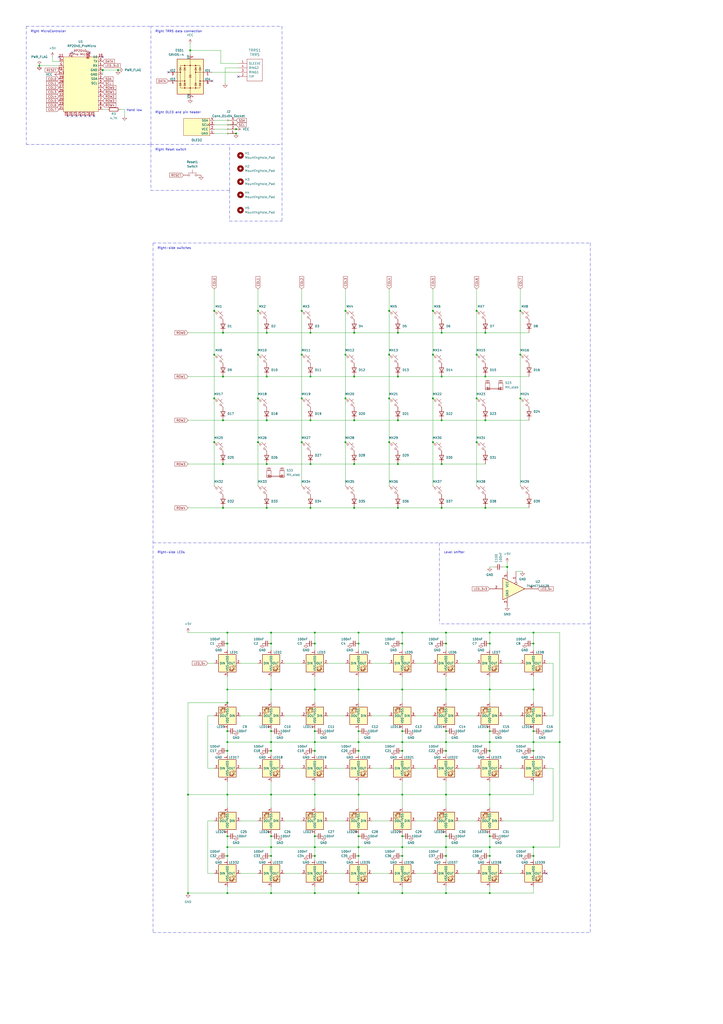
<source format=kicad_sch>
(kicad_sch (version 20230121) (generator eeschema)
  (paper "A2" portrait)
  (title_block (title "Win spit"))
  (junction (at 284.48 424.18))
  (junction (at 284.48 491.49))
  (junction (at 284.48 435.61))
  (junction (at 132.08 430.53))
  (junction (at 233.68 461.01))
  (junction (at 309.88 400.05))
  (junction (at 259.08 435.61))
  (junction (at 205.74 218.44))
  (junction (at 180.34 269.24))
  (junction (at 208.28 461.01))
  (junction (at 180.34 218.44))
  (junction (at 149.86 256.54))
  (junction (at 182.88 491.49))
  (junction (at 231.14 243.84))
  (junction (at 256.54 193.04))
  (junction (at 157.48 518.16))
  (junction (at 157.48 496.57))
  (junction (at 129.54 218.44))
  (junction (at 256.54 243.84))
  (junction (at 157.48 435.61))
  (junction (at 233.68 430.53))
  (junction (at 109.22 518.16))
  (junction (at 132.08 424.18))
  (junction (at 281.94 294.64))
  (junction (at 233.68 373.38))
  (junction (at 137.16 74.93))
  (junction (at 226.06 180.34))
  (junction (at 182.88 435.61))
  (junction (at 182.88 424.18))
  (junction (at 154.94 294.64))
  (junction (at 302.26 180.34))
  (junction (at 284.48 373.38))
  (junction (at 208.28 367.03))
  (junction (at 132.08 518.16))
  (junction (at 281.94 243.84))
  (junction (at 276.86 256.54))
  (junction (at 276.86 205.74))
  (junction (at 68.58 40.64))
  (junction (at 251.46 180.34))
  (junction (at 154.94 193.04))
  (junction (at 208.28 373.38))
  (junction (at 175.26 256.54))
  (junction (at 182.88 373.38))
  (junction (at 205.74 193.04))
  (junction (at 208.28 518.16))
  (junction (at 154.94 243.84))
  (junction (at 302.26 205.74))
  (junction (at 157.48 400.05))
  (junction (at 157.48 430.53))
  (junction (at 231.14 193.04))
  (junction (at 259.08 430.53))
  (junction (at 132.08 435.61))
  (junction (at 208.28 424.18))
  (junction (at 284.48 485.14))
  (junction (at 256.54 294.64))
  (junction (at 231.14 218.44))
  (junction (at 309.88 373.38))
  (junction (at 284.48 367.03))
  (junction (at 109.22 461.01))
  (junction (at 325.12 430.53))
  (junction (at 22.86 38.1))
  (junction (at 309.88 496.57))
  (junction (at 175.26 180.34))
  (junction (at 208.28 400.05))
  (junction (at 132.08 491.49))
  (junction (at 154.94 218.44))
  (junction (at 149.86 180.34))
  (junction (at 294.64 328.93))
  (junction (at 251.46 231.14))
  (junction (at 205.74 294.64))
  (junction (at 233.68 400.05))
  (junction (at 231.14 269.24))
  (junction (at 251.46 256.54))
  (junction (at 309.88 424.18))
  (junction (at 281.94 193.04))
  (junction (at 309.88 430.53))
  (junction (at 129.54 294.64))
  (junction (at 182.88 400.05))
  (junction (at 259.08 373.38))
  (junction (at 149.86 231.14))
  (junction (at 137.16 77.47))
  (junction (at 259.08 367.03))
  (junction (at 233.68 491.49))
  (junction (at 132.08 367.03))
  (junction (at 124.46 256.54))
  (junction (at 259.08 485.14))
  (junction (at 233.68 367.03))
  (junction (at 233.68 518.16))
  (junction (at 132.08 400.05))
  (junction (at 226.06 205.74))
  (junction (at 182.88 367.03))
  (junction (at 256.54 269.24))
  (junction (at 132.08 461.01))
  (junction (at 157.48 373.38))
  (junction (at 302.26 231.14))
  (junction (at 157.48 461.01))
  (junction (at 208.28 435.61))
  (junction (at 124.46 231.14))
  (junction (at 208.28 496.57))
  (junction (at 233.68 424.18))
  (junction (at 309.88 367.03))
  (junction (at 256.54 218.44))
  (junction (at 284.48 400.05))
  (junction (at 233.68 485.14))
  (junction (at 231.14 294.64))
  (junction (at 276.86 180.34))
  (junction (at 157.48 424.18))
  (junction (at 59.69 40.64))
  (junction (at 259.08 424.18))
  (junction (at 182.88 485.14))
  (junction (at 129.54 193.04))
  (junction (at 180.34 193.04))
  (junction (at 129.54 269.24))
  (junction (at 309.88 491.49))
  (junction (at 208.28 491.49))
  (junction (at 157.48 491.49))
  (junction (at 259.08 491.49))
  (junction (at 309.88 435.61))
  (junction (at 284.48 430.53))
  (junction (at 208.28 485.14))
  (junction (at 284.48 496.57))
  (junction (at 180.34 294.64))
  (junction (at 182.88 430.53))
  (junction (at 205.74 243.84))
  (junction (at 284.48 518.16))
  (junction (at 124.46 205.74))
  (junction (at 200.66 205.74))
  (junction (at 233.68 496.57))
  (junction (at 205.74 269.24))
  (junction (at 132.08 496.57))
  (junction (at 132.08 485.14))
  (junction (at 180.34 243.84))
  (junction (at 208.28 430.53))
  (junction (at 276.86 231.14))
  (junction (at 259.08 461.01))
  (junction (at 149.86 205.74))
  (junction (at 284.48 461.01))
  (junction (at 259.08 518.16))
  (junction (at 259.08 496.57))
  (junction (at 124.46 180.34))
  (junction (at 157.48 485.14))
  (junction (at 132.08 407.67))
  (junction (at 233.68 435.61))
  (junction (at 110.49 29.21))
  (junction (at 200.66 231.14))
  (junction (at 175.26 205.74))
  (junction (at 182.88 461.01))
  (junction (at 281.94 218.44))
  (junction (at 226.06 256.54))
  (junction (at 175.26 231.14))
  (junction (at 129.54 243.84))
  (junction (at 200.66 180.34))
  (junction (at 182.88 518.16))
  (junction (at 157.48 367.03))
  (junction (at 259.08 400.05))
  (junction (at 226.06 231.14))
  (junction (at 182.88 496.57))
  (junction (at 132.08 373.38))
  (junction (at 200.66 256.54))
  (junction (at 154.94 269.24))
  (junction (at 251.46 205.74))
  (no_connect (at 52.07 30.48))
  (no_connect (at 49.53 67.31))
  (no_connect (at 34.29 33.02))
  (no_connect (at 97.79 41.91))
  (no_connect (at 46.99 67.31))
  (no_connect (at 54.61 67.31))
  (no_connect (at 123.19 46.99))
  (no_connect (at 41.91 67.31))
  (no_connect (at 52.07 67.31))
  (no_connect (at 41.91 30.48))
  (no_connect (at 44.45 67.31))
  (no_connect (at 138.43 44.45))
  (no_connect (at 39.37 67.31))
  (no_connect (at 59.69 33.02))
  (no_connect (at 317.5 506.73))
  (wire (pts (xy 132.08 373.38) (xy 132.08 377.19)))
  (wire (pts (xy 124.46 231.14) (xy 124.46 256.54)))
  (wire (pts (xy 157.48 392.43) (xy 157.48 400.05)))
  (wire (pts (xy 266.7 445.77) (xy 276.86 445.77)))
  (wire (pts (xy 284.48 491.49) (xy 284.48 496.57)))
  (wire (pts (xy 215.9 445.77) (xy 226.06 445.77)))
  (wire (pts (xy 157.48 430.53) (xy 182.88 430.53)))
  (wire (pts (xy 124.46 180.34) (xy 124.46 205.74)))
  (wire (pts (xy 208.28 485.14) (xy 208.28 491.49)))
  (wire (pts (xy 292.1 328.93) (xy 294.64 328.93)))
  (wire (pts (xy 132.08 453.39) (xy 132.08 461.01)))
  (wire (pts (xy 157.48 367.03) (xy 157.48 373.38)))
  (wire (pts (xy 284.48 435.61) (xy 284.48 438.15)))
  (wire (pts (xy 175.26 180.34) (xy 175.26 205.74)))
  (wire (pts (xy 129.54 193.04) (xy 109.22 193.04)))
  (wire (pts (xy 34.29 35.56) (xy 30.48 35.56)))
  (wire (pts (xy 256.54 294.64) (xy 281.94 294.64)))
  (wire (pts (xy 154.94 193.04) (xy 180.34 193.04)))
  (polyline (pts (xy 15.24 15.24) (xy 15.24 83.82)) (stroke (width 0) (type dash_dot)))
  (wire (pts (xy 233.68 392.43) (xy 233.68 400.05)))
  (wire (pts (xy 22.86 38.1) (xy 34.29 38.1)))
  (wire (pts (xy 205.74 193.04) (xy 231.14 193.04)))
  (wire (pts (xy 180.34 269.24) (xy 205.74 269.24)))
  (wire (pts (xy 284.48 400.05) (xy 284.48 407.67)))
  (wire (pts (xy 284.48 430.53) (xy 284.48 435.61)))
  (wire (pts (xy 154.94 294.64) (xy 180.34 294.64)))
  (wire (pts (xy 302.26 180.34) (xy 302.26 205.74)))
  (wire (pts (xy 157.48 422.91) (xy 157.48 424.18)))
  (wire (pts (xy 149.86 205.74) (xy 149.86 231.14)))
  (wire (pts (xy 309.88 392.43) (xy 309.88 400.05)))
  (wire (pts (xy 259.08 491.49) (xy 284.48 491.49)))
  (wire (pts (xy 182.88 453.39) (xy 182.88 461.01)))
  (wire (pts (xy 165.1 506.73) (xy 175.26 506.73)))
  (wire (pts (xy 149.86 180.34) (xy 149.86 205.74)))
  (wire (pts (xy 284.48 483.87) (xy 284.48 485.14)))
  (wire (pts (xy 157.48 491.49) (xy 182.88 491.49)))
  (polyline (pts (xy 88.9 140.97) (xy 88.9 541.02)) (stroke (width 0) (type dash_dot)))
  (wire (pts (xy 284.48 328.93) (xy 287.02 328.93)))
  (wire (pts (xy 276.86 231.14) (xy 276.86 256.54)))
  (wire (pts (xy 302.26 205.74) (xy 302.26 231.14)))
  (wire (pts (xy 259.08 491.49) (xy 259.08 496.57)))
  (wire (pts (xy 124.46 74.93) (xy 137.16 74.93)))
  (wire (pts (xy 317.5 415.29) (xy 321.31 415.29)))
  (wire (pts (xy 180.34 243.84) (xy 205.74 243.84)))
  (wire (pts (xy 139.7 384.81) (xy 149.86 384.81)))
  (wire (pts (xy 200.66 256.54) (xy 200.66 281.94)))
  (wire (pts (xy 259.08 373.38) (xy 259.08 377.19)))
  (wire (pts (xy 132.08 461.01) (xy 132.08 468.63)))
  (wire (pts (xy 284.48 485.14) (xy 284.48 491.49)))
  (wire (pts (xy 157.48 367.03) (xy 182.88 367.03)))
  (wire (pts (xy 157.48 461.01) (xy 157.48 468.63)))
  (wire (pts (xy 138.43 39.37) (xy 130.81 39.37)))
  (wire (pts (xy 233.68 422.91) (xy 233.68 424.18)))
  (wire (pts (xy 208.28 424.18) (xy 208.28 430.53)))
  (wire (pts (xy 259.08 400.05) (xy 259.08 407.67)))
  (wire (pts (xy 154.94 243.84) (xy 180.34 243.84)))
  (wire (pts (xy 129.54 243.84) (xy 154.94 243.84)))
  (wire (pts (xy 182.88 461.01) (xy 182.88 468.63)))
  (wire (pts (xy 182.88 422.91) (xy 182.88 424.18)))
  (wire (pts (xy 231.14 294.64) (xy 256.54 294.64)))
  (wire (pts (xy 284.48 496.57) (xy 284.48 499.11)))
  (polyline (pts (xy 88.9 140.97) (xy 342.9 140.97)) (stroke (width 0) (type dash_dot)))
  (wire (pts (xy 180.34 218.44) (xy 205.74 218.44)))
  (wire (pts (xy 182.88 483.87) (xy 182.88 485.14)))
  (wire (pts (xy 157.48 373.38) (xy 157.48 377.19)))
  (wire (pts (xy 157.48 424.18) (xy 157.48 430.53)))
  (wire (pts (xy 284.48 518.16) (xy 309.88 518.16)))
  (wire (pts (xy 292.1 445.77) (xy 302.26 445.77)))
  (wire (pts (xy 182.88 514.35) (xy 182.88 518.16)))
  (wire (pts (xy 317.5 445.77) (xy 321.31 445.77)))
  (wire (pts (xy 128.27 36.83) (xy 128.27 29.21)))
  (wire (pts (xy 154.94 269.24) (xy 180.34 269.24)))
  (wire (pts (xy 129.54 294.64) (xy 109.22 294.64)))
  (wire (pts (xy 157.48 491.49) (xy 157.48 496.57)))
  (polyline (pts (xy 133.35 110.49) (xy 133.35 83.82)) (stroke (width 0) (type dash_dot)))
  (wire (pts (xy 309.88 496.57) (xy 309.88 499.11)))
  (wire (pts (xy 139.7 445.77) (xy 149.86 445.77)))
  (wire (pts (xy 165.1 384.81) (xy 175.26 384.81)))
  (wire (pts (xy 165.1 476.25) (xy 175.26 476.25)))
  (wire (pts (xy 284.48 422.91) (xy 284.48 424.18)))
  (wire (pts (xy 226.06 180.34) (xy 226.06 205.74)))
  (wire (pts (xy 233.68 491.49) (xy 233.68 496.57)))
  (wire (pts (xy 182.88 367.03) (xy 208.28 367.03)))
  (wire (pts (xy 200.66 231.14) (xy 200.66 256.54)))
  (wire (pts (xy 259.08 514.35) (xy 259.08 518.16)))
  (wire (pts (xy 302.26 231.14) (xy 302.26 281.94)))
  (wire (pts (xy 157.48 496.57) (xy 157.48 499.11)))
  (wire (pts (xy 200.66 167.64) (xy 200.66 180.34)))
  (wire (pts (xy 132.08 424.18) (xy 132.08 430.53)))
  (polyline (pts (xy 87.63 83.82) (xy 87.63 15.24)) (stroke (width 0) (type dash_dot)))
  (wire (pts (xy 233.68 367.03) (xy 233.68 373.38)))
  (wire (pts (xy 208.28 392.43) (xy 208.28 400.05)))
  (wire (pts (xy 233.68 496.57) (xy 233.68 499.11)))
  (wire (pts (xy 182.88 392.43) (xy 182.88 400.05)))
  (wire (pts (xy 175.26 205.74) (xy 175.26 231.14)))
  (wire (pts (xy 259.08 392.43) (xy 259.08 400.05)))
  (wire (pts (xy 59.69 63.5) (xy 62.23 63.5)))
  (wire (pts (xy 233.68 430.53) (xy 259.08 430.53)))
  (wire (pts (xy 208.28 367.03) (xy 233.68 367.03)))
  (wire (pts (xy 309.88 367.03) (xy 325.12 367.03)))
  (wire (pts (xy 233.68 367.03) (xy 259.08 367.03)))
  (wire (pts (xy 124.46 72.39) (xy 137.16 72.39)))
  (wire (pts (xy 182.88 435.61) (xy 182.88 438.15)))
  (wire (pts (xy 129.54 193.04) (xy 154.94 193.04)))
  (wire (pts (xy 241.3 415.29) (xy 251.46 415.29)))
  (wire (pts (xy 215.9 506.73) (xy 226.06 506.73)))
  (wire (pts (xy 259.08 483.87) (xy 259.08 485.14)))
  (wire (pts (xy 154.94 218.44) (xy 180.34 218.44)))
  (wire (pts (xy 132.08 435.61) (xy 132.08 438.15)))
  (wire (pts (xy 157.48 461.01) (xy 182.88 461.01)))
  (wire (pts (xy 175.26 256.54) (xy 175.26 281.94)))
  (wire (pts (xy 208.28 435.61) (xy 208.28 438.15)))
  (wire (pts (xy 226.06 256.54) (xy 226.06 281.94)))
  (wire (pts (xy 233.68 514.35) (xy 233.68 518.16)))
  (wire (pts (xy 190.5 384.81) (xy 200.66 384.81)))
  (wire (pts (xy 276.86 256.54) (xy 276.86 281.94)))
  (wire (pts (xy 129.54 269.24) (xy 154.94 269.24)))
  (wire (pts (xy 208.28 422.91) (xy 208.28 424.18)))
  (wire (pts (xy 208.28 461.01) (xy 208.28 468.63)))
  (wire (pts (xy 215.9 415.29) (xy 226.06 415.29)))
  (wire (pts (xy 208.28 400.05) (xy 208.28 407.67)))
  (wire (pts (xy 256.54 269.24) (xy 281.94 269.24)))
  (wire (pts (xy 205.74 294.64) (xy 231.14 294.64)))
  (wire (pts (xy 149.86 167.64) (xy 149.86 180.34)))
  (wire (pts (xy 284.48 491.49) (xy 309.88 491.49)))
  (wire (pts (xy 226.06 231.14) (xy 226.06 256.54)))
  (wire (pts (xy 233.68 435.61) (xy 233.68 438.15)))
  (wire (pts (xy 182.88 430.53) (xy 182.88 435.61)))
  (wire (pts (xy 241.3 384.81) (xy 251.46 384.81)))
  (wire (pts (xy 175.26 167.64) (xy 175.26 180.34)))
  (wire (pts (xy 284.48 430.53) (xy 309.88 430.53)))
  (wire (pts (xy 256.54 243.84) (xy 281.94 243.84)))
  (wire (pts (xy 309.88 430.53) (xy 325.12 430.53)))
  (wire (pts (xy 149.86 231.14) (xy 149.86 256.54)))
  (wire (pts (xy 309.88 422.91) (xy 309.88 424.18)))
  (wire (pts (xy 190.5 506.73) (xy 200.66 506.73)))
  (wire (pts (xy 233.68 518.16) (xy 259.08 518.16)))
  (wire (pts (xy 233.68 485.14) (xy 233.68 491.49)))
  (wire (pts (xy 124.46 256.54) (xy 124.46 281.94)))
  (wire (pts (xy 205.74 218.44) (xy 231.14 218.44)))
  (wire (pts (xy 68.58 40.64) (xy 59.69 40.64)))
  (wire (pts (xy 259.08 367.03) (xy 284.48 367.03)))
  (wire (pts (xy 132.08 400.05) (xy 132.08 407.67)))
  (polyline (pts (xy 87.63 15.24) (xy 163.83 15.24)) (stroke (width 0) (type dash_dot)))
  (wire (pts (xy 256.54 193.04) (xy 281.94 193.04)))
  (wire (pts (xy 309.88 430.53) (xy 309.88 435.61)))
  (wire (pts (xy 284.48 424.18) (xy 284.48 430.53)))
  (wire (pts (xy 231.14 243.84) (xy 256.54 243.84)))
  (wire (pts (xy 182.88 400.05) (xy 208.28 400.05)))
  (wire (pts (xy 205.74 243.84) (xy 231.14 243.84)))
  (wire (pts (xy 276.86 205.74) (xy 276.86 231.14)))
  (wire (pts (xy 259.08 496.57) (xy 259.08 499.11)))
  (wire (pts (xy 266.7 476.25) (xy 276.86 476.25)))
  (wire (pts (xy 233.68 491.49) (xy 259.08 491.49)))
  (wire (pts (xy 251.46 167.64) (xy 251.46 180.34)))
  (wire (pts (xy 157.48 483.87) (xy 157.48 485.14)))
  (polyline (pts (xy 342.9 140.97) (xy 342.9 313.69)) (stroke (width 0) (type dash_dot)))
  (wire (pts (xy 281.94 294.64) (xy 307.34 294.64)))
  (wire (pts (xy 233.68 461.01) (xy 233.68 468.63)))
  (wire (pts (xy 233.68 430.53) (xy 233.68 435.61)))
  (wire (pts (xy 259.08 400.05) (xy 284.48 400.05)))
  (wire (pts (xy 241.3 506.73) (xy 251.46 506.73)))
  (wire (pts (xy 284.48 514.35) (xy 284.48 518.16)))
  (wire (pts (xy 138.43 41.91) (xy 123.19 41.91)))
  (wire (pts (xy 284.48 373.38) (xy 284.48 377.19)))
  (wire (pts (xy 233.68 483.87) (xy 233.68 485.14)))
  (wire (pts (xy 208.28 430.53) (xy 233.68 430.53)))
  (wire (pts (xy 215.9 384.81) (xy 226.06 384.81)))
  (wire (pts (xy 157.48 430.53) (xy 157.48 435.61)))
  (wire (pts (xy 325.12 367.03) (xy 325.12 430.53)))
  (wire (pts (xy 157.48 485.14) (xy 157.48 491.49)))
  (wire (pts (xy 309.88 424.18) (xy 309.88 430.53)))
  (wire (pts (xy 299.72 331.47) (xy 303.53 331.47)))
  (wire (pts (xy 284.48 367.03) (xy 284.48 373.38)))
  (wire (pts (xy 309.88 491.49) (xy 325.12 491.49)))
  (wire (pts (xy 132.08 485.14) (xy 132.08 491.49)))
  (wire (pts (xy 266.7 506.73) (xy 276.86 506.73)))
  (wire (pts (xy 120.65 415.29) (xy 120.65 445.77)))
  (wire (pts (xy 208.28 461.01) (xy 233.68 461.01)))
  (polyline (pts (xy 15.24 15.24) (xy 87.63 15.24)) (stroke (width 0) (type dash_dot)))
  (wire (pts (xy 208.28 373.38) (xy 208.28 367.03)))
  (polyline (pts (xy 342.9 361.95) (xy 255.27 361.95)) (stroke (width 0) (type dash_dot)))
  (wire (pts (xy 165.1 415.29) (xy 175.26 415.29)))
  (wire (pts (xy 190.5 476.25) (xy 200.66 476.25)))
  (wire (pts (xy 157.48 453.39) (xy 157.48 461.01)))
  (polyline (pts (xy 87.63 110.49) (xy 133.35 110.49)) (stroke (width 0) (type dash_dot)))
  (polyline (pts (xy 342.9 313.69) (xy 342.9 541.02)) (stroke (width 0) (type dash_dot)))
  (wire (pts (xy 109.22 367.03) (xy 132.08 367.03)))
  (wire (pts (xy 294.64 328.93) (xy 294.64 331.47)))
  (polyline (pts (xy 255.27 314.96) (xy 255.27 361.95)) (stroke (width 0) (type dash_dot)))
  (wire (pts (xy 182.88 491.49) (xy 182.88 496.57)))
  (wire (pts (xy 132.08 461.01) (xy 157.48 461.01)))
  (wire (pts (xy 284.48 461.01) (xy 284.48 468.63)))
  (wire (pts (xy 325.12 430.53) (xy 325.12 491.49)))
  (wire (pts (xy 132.08 483.87) (xy 132.08 485.14)))
  (wire (pts (xy 208.28 491.49) (xy 208.28 496.57)))
  (wire (pts (xy 129.54 269.24) (xy 109.22 269.24)))
  (wire (pts (xy 120.65 476.25) (xy 120.65 506.73)))
  (wire (pts (xy 180.34 294.64) (xy 205.74 294.64)))
  (wire (pts (xy 182.88 485.14) (xy 182.88 491.49)))
  (wire (pts (xy 138.43 36.83) (xy 128.27 36.83)))
  (wire (pts (xy 317.5 384.81) (xy 321.31 384.81)))
  (wire (pts (xy 259.08 461.01) (xy 259.08 468.63)))
  (wire (pts (xy 266.7 384.81) (xy 276.86 384.81)))
  (wire (pts (xy 259.08 518.16) (xy 284.48 518.16)))
  (wire (pts (xy 208.28 400.05) (xy 233.68 400.05)))
  (wire (pts (xy 200.66 205.74) (xy 200.66 231.14)))
  (wire (pts (xy 284.48 400.05) (xy 309.88 400.05)))
  (wire (pts (xy 175.26 231.14) (xy 175.26 256.54)))
  (wire (pts (xy 226.06 167.64) (xy 226.06 180.34)))
  (wire (pts (xy 251.46 180.34) (xy 251.46 205.74)))
  (wire (pts (xy 292.1 476.25) (xy 321.31 476.25)))
  (wire (pts (xy 241.3 445.77) (xy 251.46 445.77)))
  (wire (pts (xy 208.28 514.35) (xy 208.28 518.16)))
  (wire (pts (xy 241.3 476.25) (xy 251.46 476.25)))
  (wire (pts (xy 233.68 400.05) (xy 259.08 400.05)))
  (wire (pts (xy 129.54 243.84) (xy 109.22 243.84)))
  (wire (pts (xy 182.88 400.05) (xy 182.88 407.67)))
  (wire (pts (xy 124.46 77.47) (xy 137.16 77.47)))
  (wire (pts (xy 309.88 435.61) (xy 309.88 438.15)))
  (wire (pts (xy 139.7 415.29) (xy 149.86 415.29)))
  (wire (pts (xy 208.28 453.39) (xy 208.28 461.01)))
  (wire (pts (xy 129.54 218.44) (xy 109.22 218.44)))
  (wire (pts (xy 132.08 367.03) (xy 132.08 373.38)))
  (polyline (pts (xy 133.35 128.27) (xy 163.83 128.27)) (stroke (width 0) (type dash_dot)))
  (wire (pts (xy 208.28 483.87) (xy 208.28 485.14)))
  (wire (pts (xy 321.31 445.77) (xy 321.31 476.25)))
  (wire (pts (xy 182.88 430.53) (xy 208.28 430.53)))
  (wire (pts (xy 132.08 496.57) (xy 132.08 499.11)))
  (wire (pts (xy 215.9 476.25) (xy 226.06 476.25)))
  (wire (pts (xy 259.08 453.39) (xy 259.08 461.01)))
  (wire (pts (xy 259.08 430.53) (xy 259.08 435.61)))
  (wire (pts (xy 309.88 400.05) (xy 309.88 407.67)))
  (wire (pts (xy 182.88 491.49) (xy 208.28 491.49)))
  (wire (pts (xy 132.08 400.05) (xy 157.48 400.05)))
  (wire (pts (xy 182.88 367.03) (xy 182.88 373.38)))
  (wire (pts (xy 281.94 218.44) (xy 307.34 218.44)))
  (wire (pts (xy 259.08 435.61) (xy 259.08 438.15)))
  (wire (pts (xy 294.64 326.39) (xy 294.64 328.93)))
  (wire (pts (xy 309.88 367.03) (xy 309.88 373.38)))
  (wire (pts (xy 165.1 445.77) (xy 175.26 445.77)))
  (wire (pts (xy 132.08 422.91) (xy 132.08 424.18)))
  (wire (pts (xy 208.28 377.19) (xy 208.28 373.38)))
  (wire (pts (xy 208.28 496.57) (xy 208.28 499.11)))
  (wire (pts (xy 157.48 435.61) (xy 157.48 438.15)))
  (wire (pts (xy 281.94 193.04) (xy 307.34 193.04)))
  (wire (pts (xy 120.65 476.25) (xy 124.46 476.25)))
  (wire (pts (xy 292.1 415.29) (xy 302.26 415.29)))
  (wire (pts (xy 182.88 461.01) (xy 208.28 461.01)))
  (wire (pts (xy 128.27 29.21) (xy 110.49 29.21)))
  (wire (pts (xy 309.88 453.39) (xy 309.88 461.01)))
  (wire (pts (xy 157.48 514.35) (xy 157.48 518.16)))
  (polyline (pts (xy 87.63 83.82) (xy 87.63 110.49)) (stroke (width 0) (type dash_dot)))
  (wire (pts (xy 69.85 63.5) (xy 72.39 63.5)))
  (wire (pts (xy 259.08 422.91) (xy 259.08 424.18)))
  (wire (pts (xy 109.22 407.67) (xy 132.08 407.67)))
  (wire (pts (xy 233.68 400.05) (xy 233.68 407.67)))
  (wire (pts (xy 251.46 231.14) (xy 251.46 256.54)))
  (polyline (pts (xy 133.35 110.49) (xy 133.35 128.27)) (stroke (width 0) (type dash_dot)))
  (wire (pts (xy 208.28 518.16) (xy 233.68 518.16)))
  (wire (pts (xy 309.88 373.38) (xy 309.88 377.19)))
  (wire (pts (xy 233.68 424.18) (xy 233.68 430.53)))
  (wire (pts (xy 180.34 193.04) (xy 205.74 193.04)))
  (wire (pts (xy 132.08 430.53) (xy 132.08 435.61)))
  (wire (pts (xy 132.08 491.49) (xy 132.08 496.57)))
  (wire (pts (xy 284.48 453.39) (xy 284.48 461.01)))
  (wire (pts (xy 251.46 256.54) (xy 251.46 281.94)))
  (wire (pts (xy 124.46 69.85) (xy 137.16 69.85)))
  (wire (pts (xy 200.66 180.34) (xy 200.66 205.74)))
  (wire (pts (xy 132.08 430.53) (xy 157.48 430.53)))
  (polyline (pts (xy 88.9 541.02) (xy 342.9 541.02)) (stroke (width 0) (type dash_dot)))
  (wire (pts (xy 139.7 476.25) (xy 149.86 476.25)))
  (wire (pts (xy 110.49 25.4) (xy 110.49 29.21)))
  (wire (pts (xy 132.08 518.16) (xy 157.48 518.16)))
  (wire (pts (xy 182.88 373.38) (xy 182.88 377.19)))
  (wire (pts (xy 281.94 243.84) (xy 307.34 243.84)))
  (wire (pts (xy 139.7 506.73) (xy 149.86 506.73)))
  (polyline (pts (xy 15.24 83.82) (xy 87.63 83.82)) (stroke (width 0) (type dash_dot)))
  (wire (pts (xy 157.48 400.05) (xy 182.88 400.05)))
  (polyline (pts (xy 88.9 314.96) (xy 342.9 314.96)) (stroke (width 0) (type dash_dot)))
  (wire (pts (xy 157.48 518.16) (xy 182.88 518.16)))
  (wire (pts (xy 109.22 461.01) (xy 109.22 518.16)))
  (wire (pts (xy 129.54 294.64) (xy 154.94 294.64)))
  (wire (pts (xy 231.14 218.44) (xy 256.54 218.44)))
  (wire (pts (xy 120.65 415.29) (xy 124.46 415.29)))
  (polyline (pts (xy 87.63 83.82) (xy 163.83 83.82)) (stroke (width 0) (type dash_dot)))
  (wire (pts (xy 276.86 180.34) (xy 276.86 205.74)))
  (wire (pts (xy 309.88 514.35) (xy 309.88 518.16)))
  (wire (pts (xy 132.08 367.03) (xy 157.48 367.03)))
  (wire (pts (xy 132.08 491.49) (xy 157.48 491.49)))
  (wire (pts (xy 124.46 167.64) (xy 124.46 180.34)))
  (wire (pts (xy 259.08 430.53) (xy 284.48 430.53)))
  (wire (pts (xy 120.65 445.77) (xy 124.46 445.77)))
  (wire (pts (xy 231.14 269.24) (xy 256.54 269.24)))
  (wire (pts (xy 266.7 415.29) (xy 276.86 415.29)))
  (wire (pts (xy 309.88 491.49) (xy 309.88 496.57)))
  (wire (pts (xy 132.08 514.35) (xy 132.08 518.16)))
  (wire (pts (xy 259.08 424.18) (xy 259.08 430.53)))
  (wire (pts (xy 190.5 415.29) (xy 200.66 415.29)))
  (wire (pts (xy 129.54 218.44) (xy 154.94 218.44)))
  (wire (pts (xy 190.5 445.77) (xy 200.66 445.77)))
  (wire (pts (xy 233.68 373.38) (xy 233.68 377.19)))
  (wire (pts (xy 302.26 167.64) (xy 302.26 180.34)))
  (wire (pts (xy 284.48 392.43) (xy 284.48 400.05)))
  (wire (pts (xy 132.08 392.43) (xy 132.08 400.05)))
  (wire (pts (xy 109.22 518.16) (xy 132.08 518.16)))
  (polyline (pts (xy 163.83 15.24) (xy 163.83 128.27)) (stroke (width 0) (type dash_dot)))
  (wire (pts (xy 284.48 461.01) (xy 309.88 461.01)))
  (wire (pts (xy 149.86 256.54) (xy 149.86 281.94)))
  (wire (pts (xy 259.08 461.01) (xy 284.48 461.01)))
  (wire (pts (xy 231.14 193.04) (xy 256.54 193.04)))
  (wire (pts (xy 259.08 367.03) (xy 259.08 373.38)))
  (wire (pts (xy 182.88 496.57) (xy 182.88 499.11)))
  (wire (pts (xy 30.48 33.02) (xy 30.48 35.56)))
  (wire (pts (xy 72.39 63.5) (xy 72.39 67.31)))
  (wire (pts (xy 233.68 461.01) (xy 259.08 461.01)))
  (wire (pts (xy 120.65 384.81) (xy 124.46 384.81)))
  (wire (pts (xy 256.54 218.44) (xy 281.94 218.44)))
  (wire (pts (xy 292.1 384.81) (xy 302.26 384.81)))
  (wire (pts (xy 251.46 205.74) (xy 251.46 231.14)))
  (wire (pts (xy 321.31 384.81) (xy 321.31 415.29)))
  (wire (pts (xy 276.86 167.64) (xy 276.86 180.34)))
  (wire (pts (xy 208.28 491.49) (xy 233.68 491.49)))
  (wire (pts (xy 205.74 269.24) (xy 231.14 269.24)))
  (wire (pts (xy 259.08 485.14) (xy 259.08 491.49)))
  (wire (pts (xy 124.46 205.74) (xy 124.46 231.14)))
  (wire (pts (xy 110.49 29.21) (xy 110.49 31.75)))
  (wire (pts (xy 130.81 39.37) (xy 130.81 48.26)))
  (wire (pts (xy 109.22 461.01) (xy 132.08 461.01)))
  (wire (pts (xy 157.48 400.05) (xy 157.48 407.67)))
  (wire (pts (xy 182.88 518.16) (xy 208.28 518.16)))
  (wire (pts (xy 292.1 506.73) (xy 302.26 506.73)))
  (wire (pts (xy 120.65 506.73) (xy 124.46 506.73)))
  (wire (pts (xy 233.68 453.39) (xy 233.68 461.01)))
  (wire (pts (xy 226.06 205.74) (xy 226.06 231.14)))
  (wire (pts (xy 284.48 367.03) (xy 309.88 367.03)))
  (wire (pts (xy 208.28 430.53) (xy 208.28 435.61)))
  (wire (pts (xy 59.69 40.64) (xy 59.69 43.18)))
  (wire (pts (xy 182.88 424.18) (xy 182.88 430.53)))
  (wire (pts (xy 109.22 407.67) (xy 109.22 461.01)))
  (text "Right Reset switch\n" (at 90.17 87.63 0) (effects (font (size 1.27 1.27)) (justify left bottom)))
  (text "Right-side switches" (at 91.44 144.78 0) (effects (font (size 1.27 1.27)) (justify left bottom)))
  (text "Right TRRS data connection\n" (at 90.17 19.05 0) (effects (font (size 1.27 1.27)) (justify left bottom)))
  (text "Right MicroController" (at 17.78 19.05 0) (effects (font (size 1.27 1.27)) (justify left bottom)))
  (text "Right OLED and pin header" (at 90.17 66.04 0) (effects (font (size 1.27 1.27)) (justify left bottom)))
  (text "Level shifter" (at 257.81 321.31 0) (effects (font (size 1.27 1.27)) (justify left bottom)))
  (text "Hand low" (at 82.55 64.77 0) (effects (font (size 1.27 1.27)) (justify right bottom)))
  (text "Right-side LEDs" (at 91.44 321.31 0) (effects (font (size 1.27 1.27)) (justify left bottom)))
  (global_label "COL2" (shape input) (at 175.26 167.64 90) (property "Intersheetrefs" "${INTERSHEET_REFS}" (effects hide)))
  (global_label "COL1" (shape input) (at 34.29 48.26 180) (property "Intersheetrefs" "${INTERSHEET_REFS}" (effects hide)))
  (global_label "COL3" (shape input) (at 200.66 167.64 90) (property "Intersheetrefs" "${INTERSHEET_REFS}" (effects hide)))
  (global_label "LED_3v3" (shape input) (at 59.69 38.1 0) (property "Intersheetrefs" "${INTERSHEET_REFS}" (effects hide)))
  (global_label "COL7" (shape input) (at 34.29 63.5 180) (property "Intersheetrefs" "${INTERSHEET_REFS}" (effects hide)))
  (global_label "COL6" (shape input) (at 276.86 167.64 90) (property "Intersheetrefs" "${INTERSHEET_REFS}" (effects hide)))
  (global_label "COL5" (shape input) (at 251.46 167.64 90) (property "Intersheetrefs" "${INTERSHEET_REFS}" (effects hide)))
  (global_label "ROW2" (shape input) (at 109.22 243.84 180) (property "Intersheetrefs" "${INTERSHEET_REFS}" (effects hide)))
  (global_label "ROW4" (shape input) (at 109.22 294.64 180) (property "Intersheetrefs" "${INTERSHEET_REFS}" (effects hide)))
  (global_label "COL3" (shape input) (at 34.29 53.34 180) (property "Intersheetrefs" "${INTERSHEET_REFS}" (effects hide)))
  (global_label "ROW4" (shape input) (at 59.69 60.96 0) (property "Intersheetrefs" "${INTERSHEET_REFS}" (effects hide)))
  (global_label "RESET" (shape input) (at 34.29 40.64 180) (property "Intersheetrefs" "${INTERSHEET_REFS}" (effects hide)))
  (global_label "COL4" (shape input) (at 226.06 167.64 90) (property "Intersheetrefs" "${INTERSHEET_REFS}" (effects hide)))
  (global_label "SDA" (shape input) (at 59.69 45.72 0) (property "Intersheetrefs" "${INTERSHEET_REFS}" (effects hide)))
  (global_label "COL1" (shape input) (at 149.86 167.64 90) (property "Intersheetrefs" "${INTERSHEET_REFS}" (effects hide)))
  (global_label "COL7" (shape input) (at 302.26 167.64 90) (property "Intersheetrefs" "${INTERSHEET_REFS}" (effects hide)))
  (global_label "LED_5v" (shape input) (at 312.42 341.63 0) (property "Intersheetrefs" "${INTERSHEET_REFS}" (effects hide)))
  (global_label "ROW1" (shape input) (at 59.69 53.34 0) (property "Intersheetrefs" "${INTERSHEET_REFS}" (effects hide)))
  (global_label "COL6" (shape input) (at 34.29 60.96 180) (property "Intersheetrefs" "${INTERSHEET_REFS}" (effects hide)))
  (global_label "SCL" (shape input) (at 137.16 72.39 0) (property "Intersheetrefs" "${INTERSHEET_REFS}" (effects hide)))
  (global_label "LED_3v3" (shape input) (at 284.48 341.63 180) (property "Intersheetrefs" "${INTERSHEET_REFS}" (effects hide)))
  (global_label "ROW3" (shape input) (at 109.22 269.24 180) (property "Intersheetrefs" "${INTERSHEET_REFS}" (effects hide)))
  (global_label "COL4" (shape input) (at 34.29 55.88 180) (property "Intersheetrefs" "${INTERSHEET_REFS}" (effects hide)))
  (global_label "ROW0" (shape input) (at 59.69 50.8 0) (property "Intersheetrefs" "${INTERSHEET_REFS}" (effects hide)))
  (global_label "SDA" (shape input) (at 137.16 69.85 0) (property "Intersheetrefs" "${INTERSHEET_REFS}" (effects hide)))
  (global_label "COL0" (shape input) (at 124.46 167.64 90) (property "Intersheetrefs" "${INTERSHEET_REFS}" (effects hide)))
  (global_label "COL5" (shape input) (at 34.29 58.42 180) (property "Intersheetrefs" "${INTERSHEET_REFS}" (effects hide)))
  (global_label "ROW3" (shape input) (at 59.69 58.42 0) (property "Intersheetrefs" "${INTERSHEET_REFS}" (effects hide)))
  (global_label "ROW0" (shape input) (at 109.22 193.04 180) (property "Intersheetrefs" "${INTERSHEET_REFS}" (effects hide)))
  (global_label "SCL" (shape input) (at 59.69 48.26 0) (property "Intersheetrefs" "${INTERSHEET_REFS}" (effects hide)))
  (global_label "RESET" (shape input) (at 106.68 101.6 180) (property "Intersheetrefs" "${INTERSHEET_REFS}" (effects hide)))
  (global_label "DATA" (shape input) (at 97.79 46.99 180) (property "Intersheetrefs" "${INTERSHEET_REFS}" (effects hide)))
  (global_label "COL0" (shape input) (at 34.29 45.72 180) (property "Intersheetrefs" "${INTERSHEET_REFS}" (effects hide)))
  (global_label "COL2" (shape input) (at 34.29 50.8 180) (property "Intersheetrefs" "${INTERSHEET_REFS}" (effects hide)))
  (global_label "DATA" (shape input) (at 59.69 35.56 0) (property "Intersheetrefs" "${INTERSHEET_REFS}" (effects hide)))
  (global_label "ROW1" (shape input) (at 109.22 218.44 180) (property "Intersheetrefs" "${INTERSHEET_REFS}" (effects hide)))
  (global_label "LED_5v" (shape input) (at 120.65 384.81 180) (property "Intersheetrefs" "${INTERSHEET_REFS}" (effects hide)))
  (global_label "ROW2" (shape input) (at 59.69 55.88 0) (property "Intersheetrefs" "${INTERSHEET_REFS}" (effects hide)))
  (symbol (lib_id "PCM_marbastlib-mx:MX_SK6812MINI-E") (at 157.48 384.81 0) (unit 1)
    (property "Reference" "LED2" (at 161.29 378.46 0))
    (property "Value" "MX_SK6812MINI-E" (effects hide))
    (property "Footprint" "PCM_marbastlib-mx:LED_MX_6028R-ROT" (effects hide))
  )
  (symbol (lib_name "74AHCT1G125_1") (lib_id "74xGxx:74AHCT1G125") (at 299.72 341.63 0) (unit 1)
    (property "Reference" "U2" (at 312.42 337.4391 0))
    (property "Value" "74AHCT1G125" (at 312.42 339.9791 0))
    (property "Footprint" "Package_TO_SOT_SMD:SOT-23-5" (effects hide))
    (property "Datasheet" "http://www.ti.com/lit/sg/scyt129e/scyt129e.pdf" (effects hide))
    (property "LCSC" "C7484" (effects hide))
  )
  (symbol (lib_id "PCM_marbastlib-mx:MX_SW_HS_CPG151101S11") (at 203.2 182.88 0) (unit 1)
    (property "Reference" "MX4" (at 203.2 177.8 0))
    (property "Value" "MX_SW_HS" (effects hide))
    (property "Footprint" "winkeebs:SW_MX_HS_CPG151101S11_1u" (effects hide))
  )
  (symbol (lib_id "ScottoKeebs:Placeholder_Diode") (at 205.74 265.43 90) (unit 1)
    (property "Reference" "D28" (at 208.28 264.16 90) (effects (justify right)))
    (property "Value" "Diode" (effects hide))
    (property "Footprint" "winkeebs:Diode_SOD-123" (effects hide))
    (property "Sim.Device" "D" (effects hide))
    (property "Sim.Pins" "1=K 2=A" (effects hide))
    (property "LCSC" "C81598" (effects hide))
  )
  (symbol (lib_id "power:GND") (at 289.56 485.14 0) (unit 1)
    (property "Reference" "#PWR049" (effects hide))
    (property "Value" "GND" (at 289.56 488.95 0))
  )
  (symbol (lib_id "PCM_marbastlib-mx:MX_SW_HS_CPG151101S11") (at 203.2 208.28 0) (unit 1)
    (property "Reference" "MX12" (at 203.2 203.2 0))
    (property "Value" "MX_SW_HS" (effects hide))
    (property "Footprint" "winkeebs:SW_MX_HS_CPG151101S11_1u" (effects hide))
  )
  (symbol (lib_id "Device:C_Small") (at 160.02 485.14 90) (unit 1)
    (property "Reference" "C26" (at 168.91 482.6 90) (effects (justify left)))
    (property "Value" "100nF" (at 168.91 485.14 90) (effects (justify left)))
    (property "Footprint" "Capacitor_SMD:C_0402_1005Metric" (effects hide))
    (property "LCSC" "C1525" (effects hide))
  )
  (symbol (lib_id "PCM_marbastlib-mx:MX_SW_HS_CPG151101S11") (at 127 233.68 0) (unit 1)
    (property "Reference" "MX17" (at 127 228.6 0))
    (property "Value" "MX_SW_HS" (effects hide))
    (property "Footprint" "winkeebs:SW_MX_HS_CPG151101S11_1u" (effects hide))
  )
  (symbol (lib_id "Device:C_Small") (at 185.42 424.18 90) (unit 1)
    (property "Reference" "C11" (at 194.31 421.64 90) (effects (justify left)))
    (property "Value" "100nF" (at 194.31 424.18 90) (effects (justify left)))
    (property "Footprint" "Capacitor_SMD:C_0402_1005Metric" (effects hide))
    (property "LCSC" "C1525" (effects hide))
  )
  (symbol (lib_id "power:GND") (at 304.8 435.61 0) (unit 1)
    (property "Reference" "#PWR032" (effects hide))
    (property "Value" "GND" (at 304.8 439.42 0))
  )
  (symbol (lib_id "power:GND") (at 137.16 485.14 0) (unit 1)
    (property "Reference" "#PWR055" (effects hide))
    (property "Value" "GND" (at 137.16 488.95 0))
  )
  (symbol (lib_id "PCM_marbastlib-mx:MX_SK6812MINI-E") (at 208.28 476.25 180) (unit 1)
    (property "Reference" "LED28" (at 204.47 482.6 0))
    (property "Value" "MX_SK6812MINI-E" (effects hide))
    (property "Footprint" "PCM_marbastlib-mx:LED_MX_6028R" (effects hide))
  )
  (symbol (lib_id "PCM_marbastlib-mx:MX_SW_HS_CPG151101S11") (at 254 259.08 0) (unit 1)
    (property "Reference" "MX30" (at 254 254 0))
    (property "Value" "MX_SW_HS" (effects hide))
    (property "Footprint" "winkeebs:SW_MX_HS_CPG151101S11_1u" (effects hide))
  )
  (symbol (lib_id "Device:C_Small") (at 231.14 496.57 270) (unit 1)
    (property "Reference" "C36" (at 223.52 496.57 90) (effects (justify left)))
    (property "Value" "100nF" (at 223.52 494.03 90) (effects (justify left)))
    (property "Footprint" "Capacitor_SMD:C_0402_1005Metric" (effects hide))
    (property "LCSC" "C1525" (effects hide))
  )
  (symbol (lib_id "PCM_marbastlib-mx:MX_SK6812MINI-E") (at 208.28 445.77 0) (unit 1)
    (property "Reference" "LED20" (at 212.09 439.42 0))
    (property "Value" "MX_SK6812MINI-E" (effects hide))
    (property "Footprint" "PCM_marbastlib-mx:LED_MX_6028R-ROT" (effects hide))
  )
  (symbol (lib_id "ScottoKeebs:Placeholder_Diode") (at 281.94 240.03 90) (unit 1)
    (property "Reference" "D23" (at 284.48 240.03 90) (effects (justify right)))
    (property "Value" "Diode" (effects hide))
    (property "Footprint" "winkeebs:Diode_SOD-123" (effects hide))
    (property "Sim.Device" "D" (effects hide))
    (property "Sim.Pins" "1=K 2=A" (effects hide))
    (property "LCSC" "C81598" (effects hide))
  )
  (symbol (lib_id "PCM_marbastlib-mx:MX_SK6812MINI-E") (at 259.08 445.77 0) (unit 1)
    (property "Reference" "LED22" (at 262.89 439.42 0))
    (property "Value" "MX_SK6812MINI-E" (effects hide))
    (property "Footprint" "PCM_marbastlib-mx:LED_MX_6028R-ROT" (effects hide))
  )
  (symbol (lib_id "Device:C_Small") (at 154.94 496.57 270) (unit 1)
    (property "Reference" "C33" (at 147.32 496.57 90) (effects (justify left)))
    (property "Value" "100nF" (at 147.32 494.03 90) (effects (justify left)))
    (property "Footprint" "Capacitor_SMD:C_0402_1005Metric" (effects hide))
    (property "LCSC" "C1525" (effects hide))
  )
  (symbol (lib_id "PCM_marbastlib-mx:MX_SK6812MINI-E") (at 157.48 445.77 0) (unit 1)
    (property "Reference" "LED18" (at 161.29 439.42 0))
    (property "Value" "MX_SK6812MINI-E" (effects hide))
    (property "Footprint" "PCM_marbastlib-mx:LED_MX_6028R-ROT" (effects hide))
  )
  (symbol (lib_id "PCM_marbastlib-mx:MX_SK6812MINI-E") (at 157.48 476.25 180) (unit 1)
    (property "Reference" "LED26" (at 153.67 482.6 0))
    (property "Value" "MX_SK6812MINI-E" (effects hide))
    (property "Footprint" "PCM_marbastlib-mx:LED_MX_6028R" (effects hide))
  )
  (symbol (lib_id "ScottoKeebs:Placeholder_Diode") (at 256.54 240.03 90) (unit 1)
    (property "Reference" "D22" (at 259.08 240.03 90) (effects (justify right)))
    (property "Value" "Diode" (effects hide))
    (property "Footprint" "winkeebs:Diode_SOD-123" (effects hide))
    (property "Sim.Device" "D" (effects hide))
    (property "Sim.Pins" "1=K 2=A" (effects hide))
    (property "LCSC" "C81598" (effects hide))
  )
  (symbol (lib_id "power:GND") (at 264.16 424.18 0) (unit 1)
    (property "Reference" "#PWR046" (effects hide))
    (property "Value" "GND" (at 264.16 427.99 0))
  )
  (symbol (lib_id "PCM_marbastlib-mx:MX_SK6812MINI-E") (at 309.88 506.73 0) (unit 1)
    (property "Reference" "LED39" (at 313.69 500.38 0))
    (property "Value" "MX_SK6812MINI-E" (effects hide))
    (property "Footprint" "PCM_marbastlib-mx:LED_MX_6028R-ROT" (effects hide))
  )
  (symbol (lib_id "ScottoKeebs:Placeholder_Diode") (at 256.54 265.43 90) (unit 1)
    (property "Reference" "D30" (at 259.08 265.43 90) (effects (justify right)))
    (property "Value" "Diode" (effects hide))
    (property "Footprint" "winkeebs:Diode_SOD-123" (effects hide))
    (property "Sim.Device" "D" (effects hide))
    (property "Sim.Pins" "1=K 2=A" (effects hide))
    (property "LCSC" "C81598" (effects hide))
  )
  (symbol (lib_id "ScottoKeebs:Placeholder_Diode") (at 256.54 214.63 90) (unit 1)
    (property "Reference" "D14" (at 259.08 214.63 90) (effects (justify right)))
    (property "Value" "Diode" (effects hide))
    (property "Footprint" "winkeebs:Diode_SOD-123" (effects hide))
    (property "Sim.Device" "D" (effects hide))
    (property "Sim.Pins" "1=K 2=A" (effects hide))
    (property "LCSC" "C81598" (effects hide))
  )
  (symbol (lib_id "power:GND") (at 254 496.57 0) (unit 1)
    (property "Reference" "#PWR035" (effects hide))
    (property "Value" "GND" (at 254 500.38 0))
  )
  (symbol (lib_id "PCM_marbastlib-mx:MX_SW_HS_CPG151101S11") (at 254 284.48 0) (unit 1)
    (property "Reference" "MX37" (at 254 279.4 0))
    (property "Value" "MX_SW_HS" (effects hide))
    (property "Footprint" "winkeebs:SW_MX_HS_CPG151101S11_1u" (effects hide))
  )
  (symbol (lib_id "PCM_marbastlib-mx:MX_SK6812MINI-E") (at 157.48 506.73 0) (unit 1)
    (property "Reference" "LED33" (at 161.29 500.38 0))
    (property "Value" "MX_SK6812MINI-E" (effects hide))
    (property "Footprint" "PCM_marbastlib-mx:LED_MX_6028R-ROT" (effects hide))
  )
  (symbol (lib_id "Device:C_Small") (at 261.62 485.14 90) (unit 1)
    (property "Reference" "C30" (at 270.51 482.6 90) (effects (justify left)))
    (property "Value" "100nF" (at 270.51 485.14 90) (effects (justify left)))
    (property "Footprint" "Capacitor_SMD:C_0402_1005Metric" (effects hide))
    (property "LCSC" "C1525" (effects hide))
  )
  (symbol (lib_id "Device:C_Small") (at 180.34 373.38 270) (unit 1)
    (property "Reference" "C3" (at 172.72 373.38 90) (effects (justify left)))
    (property "Value" "100nF" (at 172.72 370.84 90) (effects (justify left)))
    (property "Footprint" "Capacitor_SMD:C_0402_1005Metric" (effects hide))
    (property "LCSC" "C1525" (effects hide))
  )
  (symbol (lib_id "PCM_marbastlib-mx:MX_SK6812MINI-E") (at 233.68 384.81 0) (unit 1)
    (property "Reference" "LED5" (at 237.49 378.46 0))
    (property "Value" "MX_SK6812MINI-E" (effects hide))
    (property "Footprint" "PCM_marbastlib-mx:LED_MX_6028R-ROT" (effects hide))
  )
  (symbol (lib_id "Device:C_Small") (at 287.02 485.14 90) (unit 1)
    (property "Reference" "C31" (at 295.91 482.6 90) (effects (justify left)))
    (property "Value" "100nF" (at 295.91 485.14 90) (effects (justify left)))
    (property "Footprint" "Capacitor_SMD:C_0402_1005Metric" (effects hide))
    (property "LCSC" "C1525" (effects hide))
  )
  (symbol (lib_id "Device:C_Small") (at 307.34 496.57 270) (unit 1)
    (property "Reference" "C39" (at 299.72 496.57 90) (effects (justify left)))
    (property "Value" "100nF" (at 299.72 494.03 90) (effects (justify left)))
    (property "Footprint" "Capacitor_SMD:C_0402_1005Metric" (effects hide))
    (property "LCSC" "C1525" (effects hide))
  )
  (symbol (lib_id "power:VCC") (at 110.49 25.4 0) (mirror y) (unit 1)
    (property "Reference" "#PWR03" (effects hide))
    (property "Value" "VCC" (at 110.49 20.32 0))
  )
  (symbol (lib_id "ScottoKeebs:Placeholder_Diode") (at 281.94 265.43 90) (unit 1)
    (property "Reference" "D31" (at 284.48 265.43 90) (effects (justify right)))
    (property "Value" "Diode" (effects hide))
    (property "Footprint" "winkeebs:Diode_SOD-123" (effects hide))
    (property "Sim.Device" "D" (effects hide))
    (property "Sim.Pins" "1=K 2=A" (effects hide))
    (property "LCSC" "C81598" (effects hide))
  )
  (symbol (lib_name "GND_2") (lib_id "power:GND") (at 22.86 38.1 0) (mirror y) (unit 1)
    (property "Reference" "#PWR020" (effects hide))
    (property "Value" "GND" (effects hide))
  )
  (symbol (lib_id "PCM_marbastlib-mx:MX_SW_HS_CPG151101S11") (at 177.8 208.28 0) (unit 1)
    (property "Reference" "MX11" (at 177.8 203.2 0))
    (property "Value" "MX_SW_HS" (effects hide))
    (property "Footprint" "winkeebs:SW_MX_HS_CPG151101S11_1u" (effects hide))
  )
  (symbol (lib_id "ScottoKeebs:Placeholder_Diode") (at 256.54 189.23 90) (unit 1)
    (property "Reference" "D6" (at 259.08 189.23 90) (effects (justify right)))
    (property "Value" "Diode" (effects hide))
    (property "Footprint" "winkeebs:Diode_SOD-123" (effects hide))
    (property "Sim.Device" "D" (effects hide))
    (property "Sim.Pins" "1=K 2=A" (effects hide))
    (property "LCSC" "C81598" (effects hide))
  )
  (symbol (lib_id "PCM_marbastlib-mx:MX_SW_HS_CPG151101S11") (at 304.8 208.28 0) (unit 1)
    (property "Reference" "MX16" (at 304.8 203.2 0))
    (property "Value" "MX_SW_HS" (effects hide))
    (property "Footprint" "winkeebs:SW_MX_HS_CPG151101S11_1u" (effects hide))
  )
  (symbol (lib_id "PCM_marbastlib-mx:MX_SW_HS_CPG151101S11") (at 304.8 182.88 0) (unit 1)
    (property "Reference" "MX8" (at 304.8 177.8 0))
    (property "Value" "MX_SW_HS" (effects hide))
    (property "Footprint" "winkeebs:SW_MX_HS_CPG151101S11_1.5u" (effects hide))
  )
  (symbol (lib_id "PCM_marbastlib-mx:MX_SW_HS_CPG151101S11") (at 254 208.28 0) (unit 1)
    (property "Reference" "MX14" (at 254 203.2 0))
    (property "Value" "MX_SW_HS" (effects hide))
    (property "Footprint" "winkeebs:SW_MX_HS_CPG151101S11_1u" (effects hide))
  )
  (symbol (lib_id "PCM_marbastlib-mx:MX_SW_HS_CPG151101S11") (at 228.6 284.48 0) (unit 1)
    (property "Reference" "MX36" (at 228.6 279.4 0))
    (property "Value" "MX_SW_HS" (effects hide))
    (property "Footprint" "winkeebs:SW_MX_HS_CPG151101S11_1.25u" (effects hide))
  )
  (symbol (lib_id "PCM_marbastlib-mx:MX_SK6812MINI-E") (at 182.88 445.77 0) (unit 1)
    (property "Reference" "LED19" (at 186.69 439.42 0))
    (property "Value" "MX_SK6812MINI-E" (effects hide))
    (property "Footprint" "PCM_marbastlib-mx:LED_MX_6028R-ROT" (effects hide))
  )
  (symbol (lib_id "PCM_marbastlib-mx:MX_SW_HS_CPG151101S11") (at 127 284.48 0) (unit 1)
    (property "Reference" "MX32" (at 127 279.4 0))
    (property "Value" "MX_SW_HS" (effects hide))
    (property "Footprint" "winkeebs:SW_MX_HS_CPG151101S11_1u" (effects hide))
  )
  (symbol (lib_id "PCM_marbastlib-mx:MX_SW_HS_CPG151101S11") (at 203.2 284.48 0) (unit 1)
    (property "Reference" "MX35" (at 203.2 279.4 0))
    (property "Value" "MX_SW_HS" (effects hide))
    (property "Footprint" "winkeebs:SW_MX_HS_CPG151101S11_1.25u" (effects hide))
  )
  (symbol (lib_id "power:GND") (at 279.4 435.61 0) (unit 1)
    (property "Reference" "#PWR031" (effects hide))
    (property "Value" "GND" (at 279.4 439.42 0))
  )
  (symbol (lib_id "ScottoKeebs:Placeholder_Diode") (at 231.14 290.83 90) (unit 1)
    (property "Reference" "D36" (at 233.68 290.83 90) (effects (justify right)))
    (property "Value" "Diode" (effects hide))
    (property "Footprint" "winkeebs:Diode_SOD-123" (effects hide))
    (property "Sim.Device" "D" (effects hide))
    (property "Sim.Pins" "1=K 2=A" (effects hide))
    (property "LCSC" "C81598" (effects hide))
  )
  (symbol (lib_id "ScottoKeebs:Placeholder_Diode") (at 205.74 240.03 90) (unit 1)
    (property "Reference" "D20" (at 208.28 240.03 90) (effects (justify right)))
    (property "Value" "Diode" (effects hide))
    (property "Footprint" "winkeebs:Diode_SOD-123" (effects hide))
    (property "Sim.Device" "D" (effects hide))
    (property "Sim.Pins" "1=K 2=A" (effects hide))
    (property "LCSC" "C81598" (effects hide))
  )
  (symbol (lib_id "power:GND") (at 110.49 57.15 0) (mirror y) (unit 1)
    (property "Reference" "#PWR09" (effects hide))
    (property "Value" "GND" (effects hide))
  )
  (symbol (lib_id "power:GND") (at 264.16 485.14 0) (unit 1)
    (property "Reference" "#PWR050" (effects hide))
    (property "Value" "GND" (at 264.16 488.95 0))
  )
  (symbol (lib_id "Mechanical:MountingHole") (at 139.7 121.92 90) (unit 1)
    (property "Reference" "H5" (at 142.24 120.65 90) (effects (justify right)))
    (property "Value" "MountingHole_Pad" (at 142.24 123.19 90) (effects (justify right)))
    (property "Footprint" "winkeebs:HOLE_M2" (effects hide))
  )
  (symbol (lib_id "PCM_marbastlib-mx:MX_SW_HS_CPG151101S11") (at 254 182.88 0) (unit 1)
    (property "Reference" "MX6" (at 254 177.8 0))
    (property "Value" "MX_SW_HS" (effects hide))
    (property "Footprint" "winkeebs:SW_MX_HS_CPG151101S11_1u" (effects hide))
  )
  (symbol (lib_id "PCM_marbastlib-mx:MX_SW_HS_CPG151101S11") (at 152.4 182.88 0) (unit 1)
    (property "Reference" "MX2" (at 152.4 177.8 0))
    (property "Value" "MX_SW_HS" (effects hide))
    (property "Footprint" "winkeebs:SW_MX_HS_CPG151101S11_1u" (effects hide))
  )
  (symbol (lib_id "Device:C_Small") (at 185.42 485.14 90) (unit 1)
    (property "Reference" "C27" (at 194.31 482.6 90) (effects (justify left)))
    (property "Value" "100nF" (at 194.31 485.14 90) (effects (justify left)))
    (property "Footprint" "Capacitor_SMD:C_0402_1005Metric" (effects hide))
    (property "LCSC" "C1525" (effects hide))
  )
  (symbol (lib_id "power:PWR_FLAG") (at 22.86 38.1 0) (mirror y) (unit 1)
    (property "Reference" "#FLG02" (effects hide))
    (property "Value" "PWR_FLAG" (at 22.86 33.02 0))
  )
  (symbol (lib_id "Device:C_Small") (at 205.74 435.61 270) (unit 1)
    (property "Reference" "C20" (at 198.12 435.61 90) (effects (justify left)))
    (property "Value" "100nF" (at 198.12 433.07 90) (effects (justify left)))
    (property "Footprint" "Capacitor_SMD:C_0402_1005Metric" (effects hide))
    (property "LCSC" "C1525" (effects hide))
  )
  (symbol (lib_id "PCM_marbastlib-mx:MX_SW_HS_CPG151101S11") (at 228.6 208.28 0) (unit 1)
    (property "Reference" "MX13" (at 228.6 203.2 0))
    (property "Value" "MX_SW_HS" (effects hide))
    (property "Footprint" "winkeebs:SW_MX_HS_CPG151101S11_1u" (effects hide))
  )
  (symbol (lib_id "Device:C_Small") (at 205.74 373.38 270) (unit 1)
    (property "Reference" "C4" (at 198.12 373.38 90) (effects (justify left)))
    (property "Value" "100nF" (at 198.12 370.84 90) (effects (justify left)))
    (property "Footprint" "Capacitor_SMD:C_0402_1005Metric" (effects hide))
    (property "LCSC" "C1525" (effects hide))
  )
  (symbol (lib_id "PCM_marbastlib-mx:MX_SK6812MINI-E") (at 182.88 415.29 180) (unit 1)
    (property "Reference" "LED11" (at 179.07 421.64 0))
    (property "Value" "MX_SK6812MINI-E" (effects hide))
    (property "Footprint" "PCM_marbastlib-mx:LED_MX_6028R" (effects hide))
  )
  (symbol (lib_id "power:GND") (at 177.8 373.38 0) (unit 1)
    (property "Reference" "#PWR05" (effects hide))
    (property "Value" "GND" (at 177.8 377.19 0))
  )
  (symbol (lib_id "ScottoKeebs:Placeholder_Diode") (at 129.54 240.03 90) (unit 1)
    (property "Reference" "D17" (at 132.08 240.03 90) (effects (justify right)))
    (property "Value" "Diode" (effects hide))
    (property "Footprint" "winkeebs:Diode_SOD-123" (effects hide))
    (property "Sim.Device" "D" (effects hide))
    (property "Sim.Pins" "1=K 2=A" (effects hide))
    (property "LCSC" "C81598" (effects hide))
  )
  (symbol (lib_id "PCM_marbastlib-mx:MX_stab") (at 160.02 274.32 0) (unit 1)
    (property "Reference" "S33" (at 166.37 272.923 0) (effects (justify left)))
    (property "Value" "MX_stab" (at 166.37 275.463 0) (effects (justify left)))
    (property "Footprint" "PCM_marbastlib-mx:STAB_MX_P_2.25u" (effects hide))
  )
  (symbol (lib_id "PCM_marbastlib-mx:MX_SW_HS_CPG151101S11") (at 254 233.68 0) (unit 1)
    (property "Reference" "MX22" (at 254 228.6 0))
    (property "Value" "MX_SW_HS" (effects hide))
    (property "Footprint" "winkeebs:SW_MX_HS_CPG151101S11_1u" (effects hide))
  )
  (symbol (lib_id "power:GND") (at 284.48 328.93 0) (unit 1)
    (property "Reference" "#PWR010" (effects hide))
    (property "Value" "GND" (at 284.48 333.4925 0))
  )
  (symbol (lib_id "PCM_marbastlib-mx:MX_SK6812MINI-E") (at 208.28 384.81 0) (unit 1)
    (property "Reference" "LED4" (at 212.09 378.46 0))
    (property "Value" "MX_SK6812MINI-E" (effects hide))
    (property "Footprint" "PCM_marbastlib-mx:LED_MX_6028R-ROT" (effects hide))
  )
  (symbol (lib_id "power:GND") (at 304.8 496.57 0) (unit 1)
    (property "Reference" "#PWR034" (effects hide))
    (property "Value" "GND" (at 304.8 500.38 0))
  )
  (symbol (lib_id "power:GND") (at 187.96 424.18 0) (unit 1)
    (property "Reference" "#PWR043" (effects hide))
    (property "Value" "GND" (at 187.96 427.99 0))
  )
  (symbol (lib_id "power:GND") (at 203.2 373.38 0) (unit 1)
    (property "Reference" "#PWR06" (effects hide))
    (property "Value" "GND" (at 203.2 377.19 0))
  )
  (symbol (lib_id "PCM_marbastlib-mx:MX_SW_HS_CPG151101S11") (at 152.4 259.08 0) (unit 1)
    (property "Reference" "MX26" (at 152.4 254 0))
    (property "Value" "MX_SW_HS" (effects hide))
    (property "Footprint" "winkeebs:SW_MX_HS_CPG151101S11_1u" (effects hide))
  )
  (symbol (lib_id "power:GND") (at 254 373.38 0) (unit 1)
    (property "Reference" "#PWR013" (effects hide))
    (property "Value" "GND" (at 254 377.19 0))
  )
  (symbol (lib_id "power:GND") (at 228.6 435.61 0) (unit 1)
    (property "Reference" "#PWR027" (effects hide))
    (property "Value" "GND" (at 228.6 439.42 0))
  )
  (symbol (lib_name "GND_2") (lib_id "power:GND") (at 72.39 67.31 0) (mirror y) (unit 1)
    (property "Reference" "#PWR019" (effects hide))
    (property "Value" "GND" (effects hide))
  )
  (symbol (lib_id "ScottoKeebs:Placeholder_Diode") (at 205.74 189.23 90) (unit 1)
    (property "Reference" "D4" (at 208.28 189.23 90) (effects (justify right)))
    (property "Value" "Diode" (effects hide))
    (property "Footprint" "winkeebs:Diode_SOD-123" (effects hide))
    (property "Sim.Device" "D" (effects hide))
    (property "Sim.Pins" "1=K 2=A" (effects hide))
    (property "LCSC" "C81598" (effects hide))
  )
  (symbol (lib_id "power:GND") (at 203.2 435.61 0) (unit 1)
    (property "Reference" "#PWR026" (effects hide))
    (property "Value" "GND" (at 203.2 439.42 0))
  )
  (symbol (lib_id "PCM_marbastlib-mx:MX_SW_HS_CPG151101S11") (at 177.8 233.68 0) (unit 1)
    (property "Reference" "MX19" (at 177.8 228.6 0))
    (property "Value" "MX_SW_HS" (effects hide))
    (property "Footprint" "winkeebs:SW_MX_HS_CPG151101S11_1u" (effects hide))
  )
  (symbol (lib_id "ScottoKeebs:Placeholder_Diode") (at 129.54 214.63 90) (unit 1)
    (property "Reference" "D9" (at 132.08 214.63 90) (effects (justify right)))
    (property "Value" "Diode" (effects hide))
    (property "Footprint" "winkeebs:Diode_SOD-123" (effects hide))
    (property "Sim.Device" "D" (effects hide))
    (property "Sim.Pins" "1=K 2=A" (effects hide))
    (property "LCSC" "C81598" (effects hide))
  )
  (symbol (lib_id "PCM_marbastlib-mx:MX_SW_HS_CPG151101S11") (at 304.8 284.48 0) (unit 1)
    (property "Reference" "MX39" (at 304.8 279.4 0))
    (property "Value" "MX_SW_HS" (effects hide))
    (property "Footprint" "winkeebs:SW_MX_HS_CPG151101S11_1u" (effects hide))
  )
  (symbol (lib_id "PCM_marbastlib-mx:MX_SW_HS_CPG151101S11") (at 279.4 259.08 0) (unit 1)
    (property "Reference" "MX31" (at 279.4 254 0))
    (property "Value" "MX_SW_HS" (effects hide))
    (property "Footprint" "winkeebs:SW_MX_HS_CPG151101S11_1u" (effects hide))
  )
  (symbol (lib_id "ScottoKeebs:Placeholder_Diode") (at 281.94 290.83 90) (unit 1)
    (property "Reference" "D38" (at 284.48 290.83 90) (effects (justify right)))
    (property "Value" "Diode" (effects hide))
    (property "Footprint" "winkeebs:Diode_SOD-123" (effects hide))
    (property "Sim.Device" "D" (effects hide))
    (property "Sim.Pins" "1=K 2=A" (effects hide))
    (property "LCSC" "C81598" (effects hide))
  )
  (symbol (lib_id "Device:C_Small") (at 281.94 373.38 270) (unit 1)
    (property "Reference" "C7" (at 274.32 373.38 90) (effects (justify left)))
    (property "Value" "100nF" (at 274.32 370.84 90) (effects (justify left)))
    (property "Footprint" "Capacitor_SMD:C_0402_1005Metric" (effects hide))
    (property "LCSC" "C1525" (effects hide))
  )
  (symbol (lib_id "Device:C_Small") (at 312.42 424.18 90) (unit 1)
    (property "Reference" "C16" (at 321.31 421.64 90) (effects (justify left)))
    (property "Value" "100nF" (at 321.31 424.18 90) (effects (justify left)))
    (property "Footprint" "Capacitor_SMD:C_0402_1005Metric" (effects hide))
    (property "LCSC" "C1525" (effects hide))
  )
  (symbol (lib_id "PCM_marbastlib-mx:MX_SW_HS_CPG151101S11") (at 127 208.28 0) (unit 1)
    (property "Reference" "MX9" (at 127 203.2 0))
    (property "Value" "MX_SW_HS" (effects hide))
    (property "Footprint" "winkeebs:SW_MX_HS_CPG151101S11_1u" (effects hide))
  )
  (symbol (lib_id "Device:C_Small") (at 231.14 373.38 270) (unit 1)
    (property "Reference" "C5" (at 223.52 373.38 90) (effects (justify left)))
    (property "Value" "100nF" (at 223.52 370.84 90) (effects (justify left)))
    (property "Footprint" "Capacitor_SMD:C_0402_1005Metric" (effects hide))
    (property "LCSC" "C1525" (effects hide))
  )
  (symbol (lib_id "power:VCC") (at 137.16 74.93 270) (unit 1)
    (property "Reference" "#PWR029" (effects hide))
    (property "Value" "VCC" (at 140.97 74.93 90) (effects (justify left)))
  )
  (symbol (lib_id "ScottoKeebs:Placeholder_Diode") (at 154.94 290.83 90) (unit 1)
    (property "Reference" "D33" (at 157.48 290.83 90) (effects (justify right)))
    (property "Value" "Diode" (effects hide))
    (property "Footprint" "winkeebs:Diode_SOD-123" (effects hide))
    (property "Sim.Device" "D" (effects hide))
    (property "Sim.Pins" "1=K 2=A" (effects hide))
    (property "LCSC" "C81598" (effects hide))
  )
  (symbol (lib_id "power:+5V") (at 294.64 326.39 0) (unit 1)
    (property "Reference" "#PWR08" (effects hide))
    (property "Value" "+5V" (at 294.64 321.31 0))
  )
  (symbol (lib_id "PCM_marbastlib-mx:MX_SW_HS_CPG151101S11") (at 177.8 284.48 0) (unit 1)
    (property "Reference" "MX34" (at 177.8 279.4 0))
    (property "Value" "MX_SW_HS" (effects hide))
    (property "Footprint" "winkeebs:SW_MX_HS_CPG151101S11_1.25u" (effects hide))
  )
  (symbol (lib_id "PCM_marbastlib-mx:MX_SK6812MINI-E") (at 284.48 476.25 180) (unit 1)
    (property "Reference" "LED31" (at 280.67 482.6 0))
    (property "Value" "MX_SK6812MINI-E" (effects hide))
    (property "Footprint" "PCM_marbastlib-mx:LED_MX_6028R" (effects hide))
  )
  (symbol (lib_name "GND_2") (lib_id "power:GND") (at 22.86 38.1 0) (mirror y) (unit 1)
    (property "Reference" "#PWR017" (effects hide))
    (property "Value" "GND" (effects hide))
  )
  (symbol (lib_id "ScottoKeebs:Placeholder_Diode") (at 180.34 189.23 90) (unit 1)
    (property "Reference" "D3" (at 182.88 189.23 90) (effects (justify right)))
    (property "Value" "Diode" (effects hide))
    (property "Footprint" "winkeebs:Diode_SOD-123" (effects hide))
    (property "Sim.Device" "D" (effects hide))
    (property "Sim.Pins" "1=K 2=A" (effects hide))
    (property "LCSC" "C81598" (effects hide))
  )
  (symbol (lib_id "power:VCC") (at 34.29 43.18 90) (mirror x) (unit 1)
    (property "Reference" "#PWR016" (effects hide))
    (property "Value" "VCC" (at 30.48 43.18 90) (effects (justify left)))
  )
  (symbol (lib_id "Device:C_Small") (at 256.54 373.38 270) (unit 1)
    (property "Reference" "C6" (at 248.92 373.38 90) (effects (justify left)))
    (property "Value" "100nF" (at 248.92 370.84 90) (effects (justify left)))
    (property "Footprint" "Capacitor_SMD:C_0402_1005Metric" (effects hide))
    (property "LCSC" "C1525" (effects hide))
  )
  (symbol (lib_id "power:GND") (at 238.76 485.14 0) (unit 1)
    (property "Reference" "#PWR051" (effects hide))
    (property "Value" "GND" (at 238.76 488.95 0))
  )
  (symbol (lib_id "PCM_marbastlib-mx:MX_SK6812MINI-E") (at 233.68 445.77 0) (unit 1)
    (property "Reference" "LED21" (at 237.49 439.42 0))
    (property "Value" "MX_SK6812MINI-E" (effects hide))
    (property "Footprint" "PCM_marbastlib-mx:LED_MX_6028R-ROT" (effects hide))
  )
  (symbol (lib_id "ScottoKeebs:Placeholder_Diode") (at 307.34 214.63 90) (unit 1)
    (property "Reference" "D16" (at 309.88 214.63 90) (effects (justify right)))
    (property "Value" "Diode" (effects hide))
    (property "Footprint" "winkeebs:Diode_SOD-123" (effects hide))
    (property "Sim.Device" "D" (effects hide))
    (property "Sim.Pins" "1=K 2=A" (effects hide))
    (property "LCSC" "C81598" (effects hide))
  )
  (symbol (lib_id "Device:C_Small") (at 134.62 485.14 90) (unit 1)
    (property "Reference" "C25" (at 143.51 482.6 90) (effects (justify left)))
    (property "Value" "100nF" (at 143.51 485.14 90) (effects (justify left)))
    (property "Footprint" "Capacitor_SMD:C_0402_1005Metric" (effects hide))
    (property "LCSC" "C1525" (effects hide))
  )
  (symbol (lib_id "power:+5V") (at 30.48 33.02 0) (unit 1)
    (property "Reference" "#PWR01" (effects hide))
    (property "Value" "+5V" (at 30.48 27.94 0))
  )
  (symbol (lib_id "PCM_marbastlib-mx:MX_SK6812MINI-E") (at 309.88 445.77 0) (unit 1)
    (property "Reference" "LED24" (at 313.69 439.42 0))
    (property "Value" "MX_SK6812MINI-E" (effects hide))
    (property "Footprint" "PCM_marbastlib-mx:LED_MX_6028R-ROT" (effects hide))
  )
  (symbol (lib_id "ScottoKeebs:Placeholder_Diode") (at 281.94 189.23 90) (unit 1)
    (property "Reference" "D7" (at 284.48 189.23 90) (effects (justify right)))
    (property "Value" "Diode" (effects hide))
    (property "Footprint" "winkeebs:Diode_SOD-123" (effects hide))
    (property "Sim.Device" "D" (effects hide))
    (property "Sim.Pins" "1=K 2=A" (effects hide))
    (property "LCSC" "C81598" (effects hide))
  )
  (symbol (lib_id "PCM_marbastlib-mx:MX_SK6812MINI-E") (at 132.08 384.81 0) (unit 1)
    (property "Reference" "LED1" (at 135.89 378.46 0))
    (property "Value" "MX_SK6812MINI-E" (effects hide))
    (property "Footprint" "PCM_marbastlib-mx:LED_MX_6028R-ROT" (effects hide))
  )
  (symbol (lib_id "ScottoKeebs:Placeholder_Diode") (at 154.94 240.03 90) (unit 1)
    (property "Reference" "D18" (at 157.48 240.03 90) (effects (justify right)))
    (property "Value" "Diode" (effects hide))
    (property "Footprint" "winkeebs:Diode_SOD-123" (effects hide))
    (property "Sim.Device" "D" (effects hide))
    (property "Sim.Pins" "1=K 2=A" (effects hide))
    (property "LCSC" "C81598" (effects hide))
  )
  (symbol (lib_id "PCM_marbastlib-mx:MX_SW_HS_CPG151101S11") (at 228.6 233.68 0) (unit 1)
    (property "Reference" "MX21" (at 228.6 228.6 0))
    (property "Value" "MX_SW_HS" (effects hide))
    (property "Footprint" "winkeebs:SW_MX_HS_CPG151101S11_1u" (effects hide))
  )
  (symbol (lib_id "PCM_marbastlib-mx:MX_stab") (at 287.02 223.52 0) (unit 1)
    (property "Reference" "S23" (at 293.37 222.123 0) (effects (justify left)))
    (property "Value" "MX_stab" (at 293.37 224.663 0) (effects (justify left)))
    (property "Footprint" "PCM_marbastlib-mx:STAB_MX_P_2.25u" (effects hide))
  )
  (symbol (lib_id "power:GND") (at 203.2 496.57 0) (unit 1)
    (property "Reference" "#PWR037" (effects hide))
    (property "Value" "GND" (at 203.2 500.38 0))
  )
  (symbol (lib_id "ScottoKeebs:Placeholder_Diode") (at 154.94 214.63 90) (unit 1)
    (property "Reference" "D10" (at 157.48 214.63 90) (effects (justify right)))
    (property "Value" "Diode" (effects hide))
    (property "Footprint" "winkeebs:Diode_SOD-123" (effects hide))
    (property "Sim.Device" "D" (effects hide))
    (property "Sim.Pins" "1=K 2=A" (effects hide))
    (property "LCSC" "C81598" (effects hide))
  )
  (symbol (lib_id "Device:C_Small") (at 154.94 435.61 270) (unit 1)
    (property "Reference" "C18" (at 147.32 435.61 90) (effects (justify left)))
    (property "Value" "100nF" (at 147.32 433.07 90) (effects (justify left)))
    (property "Footprint" "Capacitor_SMD:C_0402_1005Metric" (effects hide))
    (property "LCSC" "C1525" (effects hide))
  )
  (symbol (lib_id "PCM_marbastlib-mx:MX_SW_HS_CPG151101S11") (at 152.4 284.48 0) (unit 1)
    (property "Reference" "MX33" (at 152.4 279.4 0))
    (property "Value" "MX_SW_HS" (effects hide))
    (property "Footprint" "winkeebs:SW_MX_HS_CPG151101S11_1u" (effects hide))
  )
  (symbol (lib_id "power:GND") (at 228.6 373.38 0) (unit 1)
    (property "Reference" "#PWR07" (effects hide))
    (property "Value" "GND" (at 228.6 377.19 0))
  )
  (symbol (lib_id "Device:C_Small") (at 210.82 424.18 90) (unit 1)
    (property "Reference" "C12" (at 219.71 421.64 90) (effects (justify left)))
    (property "Value" "100nF" (at 219.71 424.18 90) (effects (justify left)))
    (property "Footprint" "Capacitor_SMD:C_0402_1005Metric" (effects hide))
    (property "LCSC" "C1525" (effects hide))
  )
  (symbol (lib_id "ScottoKeebs:Placeholder_Resistor") (at 66.04 63.5 180) (unit 1)
    (property "Reference" "R3" (at 66.04 66.04 0))
    (property "Value" "4.7K" (at 66.04 68.58 0))
    (property "Footprint" "Resistor_SMD:R_0805_2012Metric" (effects hide))
    (property "LCSC" "C25900" (effects hide))
  )
  (symbol (lib_id "Device:C_Small") (at 205.74 496.57 270) (unit 1)
    (property "Reference" "C35" (at 198.12 496.57 90) (effects (justify left)))
    (property "Value" "100nF" (at 198.12 494.03 90) (effects (justify left)))
    (property "Footprint" "Capacitor_SMD:C_0402_1005Metric" (effects hide))
    (property "LCSC" "C1525" (effects hide))
  )
  (symbol (lib_id "PCM_marbastlib-mx:MX_SW_HS_CPG151101S11") (at 177.8 259.08 0) (unit 1)
    (property "Reference" "MX27" (at 177.8 254 0))
    (property "Value" "MX_SW_HS" (effects hide))
    (property "Footprint" "winkeebs:SW_MX_HS_CPG151101S11_1u" (effects hide))
  )
  (symbol (lib_id "power:GND") (at 279.4 496.57 0) (unit 1)
    (property "Reference" "#PWR033" (effects hide))
    (property "Value" "GND" (at 279.4 500.38 0))
  )
  (symbol (lib_id "power:GND") (at 314.96 424.18 0) (unit 1)
    (property "Reference" "#PWR048" (effects hide))
    (property "Value" "GND" (at 314.96 427.99 0))
  )
  (symbol (lib_id "Device:C_Small") (at 180.34 496.57 270) (unit 1)
    (property "Reference" "C34" (at 172.72 496.57 90) (effects (justify left)))
    (property "Value" "100nF" (at 172.72 494.03 90) (effects (justify left)))
    (property "Footprint" "Capacitor_SMD:C_0402_1005Metric" (effects hide))
    (property "LCSC" "C1525" (effects hide))
  )
  (symbol (lib_id "power:GND") (at 152.4 373.38 0) (unit 1)
    (property "Reference" "#PWR04" (effects hide))
    (property "Value" "GND" (at 152.4 377.19 0))
  )
  (symbol (lib_id "PCM_marbastlib-mx:MX_SW_HS_CPG151101S11") (at 279.4 182.88 0) (unit 1)
    (property "Reference" "MX7" (at 279.4 177.8 0))
    (property "Value" "MX_SW_HS" (effects hide))
    (property "Footprint" "winkeebs:SW_MX_HS_CPG151101S11_1u" (effects hide))
  )
  (symbol (lib_id "Device:C_Small") (at 134.62 424.18 90) (unit 1)
    (property "Reference" "C9" (at 143.51 421.64 90) (effects (justify left)))
    (property "Value" "100nF" (at 143.51 424.18 90) (effects (justify left)))
    (property "Footprint" "Capacitor_SMD:C_0402_1005Metric" (effects hide))
    (property "LCSC" "C1525" (effects hide))
  )
  (symbol (lib_id "ScottoKeebs:Placeholder_Diode") (at 180.34 290.83 90) (unit 1)
    (property "Reference" "D34" (at 182.88 290.83 90) (effects (justify right)))
    (property "Value" "Diode" (effects hide))
    (property "Footprint" "winkeebs:Diode_SOD-123" (effects hide))
    (property "Sim.Device" "D" (effects hide))
    (property "Sim.Pins" "1=K 2=A" (effects hide))
    (property "LCSC" "C81598" (effects hide))
  )
  (symbol (lib_id "ScottoKeebs:Placeholder_Diode") (at 231.14 265.43 90) (unit 1)
    (property "Reference" "D29" (at 233.68 264.16 90) (effects (justify right)))
    (property "Value" "Diode" (effects hide))
    (property "Footprint" "winkeebs:Diode_SOD-123" (effects hide))
    (property "Sim.Device" "D" (effects hide))
    (property "Sim.Pins" "1=K 2=A" (effects hide))
    (property "LCSC" "C81598" (effects hide))
  )
  (symbol (lib_id "ScottoKeebs:Placeholder_Diode") (at 281.94 214.63 90) (unit 1)
    (property "Reference" "D15" (at 284.48 214.63 90) (effects (justify right)))
    (property "Value" "Diode" (effects hide))
    (property "Footprint" "winkeebs:Diode_SOD-123" (effects hide))
    (property "Sim.Device" "D" (effects hide))
    (property "Sim.Pins" "1=K 2=A" (effects hide))
    (property "LCSC" "C81598" (effects hide))
  )
  (symbol (lib_id "power:GND") (at 304.8 373.38 0) (unit 1)
    (property "Reference" "#PWR018" (effects hide))
    (property "Value" "GND" (at 304.8 377.19 0))
  )
  (symbol (lib_id "PCM_marbastlib-mx:MX_SK6812MINI-E") (at 233.68 506.73 0) (unit 1)
    (property "Reference" "LED36" (at 237.49 500.38 0))
    (property "Value" "MX_SK6812MINI-E" (effects hide))
    (property "Footprint" "PCM_marbastlib-mx:LED_MX_6028R-ROT" (effects hide))
  )
  (symbol (lib_id "ScottoKeebs:Placeholder_Switch") (at 111.76 101.6 0) (unit 1)
    (property "Reference" "Reset1" (at 111.76 93.98 0))
    (property "Value" "Switch" (at 111.76 96.52 0))
    (property "Footprint" "Button_Switch_SMD:SW_SPST_B3U-1000P" (effects hide))
  )
  (symbol (lib_id "Device:C_Small") (at 307.34 435.61 270) (unit 1)
    (property "Reference" "C24" (at 299.72 435.61 90) (effects (justify left)))
    (property "Value" "100nF" (at 299.72 433.07 90) (effects (justify left)))
    (property "Footprint" "Capacitor_SMD:C_0402_1005Metric" (effects hide))
    (property "LCSC" "C1525" (effects hide))
  )
  (symbol (lib_id "PCM_marbastlib-mx:MX_SK6812MINI-E") (at 208.28 415.29 180) (unit 1)
    (property "Reference" "LED12" (effects hide))
    (property "Value" "MX_SK6812MINI-E" (effects hide))
    (property "Footprint" "PCM_marbastlib-mx:LED_MX_6028R" (effects hide))
  )
  (symbol (lib_id "power:GND") (at 289.56 424.18 0) (unit 1)
    (property "Reference" "#PWR047" (effects hide))
    (property "Value" "GND" (at 289.56 427.99 0))
  )
  (symbol (lib_id "Device:C_Small") (at 256.54 496.57 270) (unit 1)
    (property "Reference" "C37" (at 248.92 496.57 90) (effects (justify left)))
    (property "Value" "100nF" (at 248.92 494.03 90) (effects (justify left)))
    (property "Footprint" "Capacitor_SMD:C_0402_1005Metric" (effects hide))
    (property "LCSC" "C1525" (effects hide))
  )
  (symbol (lib_id "power:GND") (at 177.8 435.61 0) (unit 1)
    (property "Reference" "#PWR025" (effects hide))
    (property "Value" "GND" (at 177.8 439.42 0))
  )
  (symbol (lib_id "power:GND") (at 127 373.38 0) (unit 1)
    (property "Reference" "#PWR02" (effects hide))
    (property "Value" "GND" (at 127 377.19 0))
  )
  (symbol (lib_id "ScottoKeebs:Placeholder_Diode") (at 154.94 265.43 90) (unit 1)
    (property "Reference" "D26" (at 157.48 265.43 90) (effects (justify right)))
    (property "Value" "Diode" (effects hide))
    (property "Footprint" "winkeebs:Diode_SOD-123" (effects hide))
    (property "Sim.Device" "D" (effects hide))
    (property "Sim.Pins" "1=K 2=A" (effects hide))
    (property "LCSC" "C81598" (effects hide))
  )
  (symbol (lib_id "PCM_marbastlib-mx:MX_SK6812MINI-E") (at 157.48 415.29 180) (unit 1)
    (property "Reference" "LED10" (at 153.67 421.64 0))
    (property "Value" "MX_SK6812MINI-E" (effects hide))
    (property "Footprint" "PCM_marbastlib-mx:LED_MX_6028R" (effects hide))
  )
  (symbol (lib_id "Mechanical:MountingHole") (at 139.7 113.03 90) (unit 1)
    (property "Reference" "H4" (at 142.24 111.76 90) (effects (justify right)))
    (property "Value" "MountingHole_Pad" (at 142.24 114.3 90) (effects (justify right)))
    (property "Footprint" "winkeebs:HOLE_M2" (effects hide))
  )
  (symbol (lib_id "ScottoKeebs:Placeholder_Diode") (at 205.74 290.83 90) (unit 1)
    (property "Reference" "D35" (at 208.28 290.83 90) (effects (justify right)))
    (property "Value" "Diode" (effects hide))
    (property "Footprint" "winkeebs:Diode_SOD-123" (effects hide))
    (property "Sim.Device" "D" (effects hide))
    (property "Sim.Pins" "1=K 2=A" (effects hide))
    (property "LCSC" "C81598" (effects hide))
  )
  (symbol (lib_id "PCM_marbastlib-mx:MX_SK6812MINI-E") (at 182.88 506.73 0) (unit 1)
    (property "Reference" "LED34" (at 186.69 500.38 0))
    (property "Value" "MX_SK6812MINI-E" (effects hide))
    (property "Footprint" "PCM_marbastlib-mx:LED_MX_6028R-ROT" (effects hide))
  )
  (symbol (lib_id "PCM_marbastlib-mx:MX_SK6812MINI-E") (at 284.48 506.73 0) (unit 1)
    (property "Reference" "LED38" (at 288.29 500.38 0))
    (property "Value" "MX_SK6812MINI-E" (effects hide))
    (property "Footprint" "PCM_marbastlib-mx:LED_MX_6028R-ROT" (effects hide))
  )
  (symbol (lib_id "Device:C_Small") (at 231.14 435.61 270) (unit 1)
    (property "Reference" "C21" (at 223.52 435.61 90) (effects (justify left)))
    (property "Value" "100nF" (at 223.52 433.07 90) (effects (justify left)))
    (property "Footprint" "Capacitor_SMD:C_0402_1005Metric" (effects hide))
    (property "LCSC" "C1525" (effects hide))
  )
  (symbol (lib_id "PCM_marbastlib-mx:MX_SK6812MINI-E") (at 132.08 506.73 0) (unit 1)
    (property "Reference" "LED32" (at 135.89 500.38 0))
    (property "Value" "MX_SK6812MINI-E" (effects hide))
    (property "Footprint" "PCM_marbastlib-mx:LED_MX_6028R-ROT" (effects hide))
  )
  (symbol (lib_id "PCM_marbastlib-mx:MX_SK6812MINI-E") (at 182.88 476.25 180) (unit 1)
    (property "Reference" "LED27" (at 179.07 482.6 0))
    (property "Value" "MX_SK6812MINI-E" (effects hide))
    (property "Footprint" "PCM_marbastlib-mx:LED_MX_6028R" (effects hide))
  )
  (symbol (lib_id "ScottoKeebs:Placeholder_Diode") (at 231.14 240.03 90) (unit 1)
    (property "Reference" "D21" (at 233.68 240.03 90) (effects (justify right)))
    (property "Value" "Diode" (effects hide))
    (property "Footprint" "winkeebs:Diode_SOD-123" (effects hide))
    (property "Sim.Device" "D" (effects hide))
    (property "Sim.Pins" "1=K 2=A" (effects hide))
    (property "LCSC" "C81598" (effects hide))
  )
  (symbol (lib_name "GND_2") (lib_id "power:GND") (at 68.58 40.64 0) (mirror y) (unit 1)
    (property "Reference" "#PWR015" (effects hide))
    (property "Value" "GND" (effects hide))
  )
  (symbol (lib_id "Mechanical:MountingHole") (at 139.7 97.79 90) (unit 1)
    (property "Reference" "H2" (at 142.24 96.52 90) (effects (justify right)))
    (property "Value" "MountingHole_Pad" (at 142.24 99.06 90) (effects (justify right)))
    (property "Footprint" "winkeebs:HOLE_M2" (effects hide))
  )
  (symbol (lib_id "Device:C_Small") (at 129.54 435.61 270) (unit 1)
    (property "Reference" "C17" (at 121.92 435.61 90) (effects (justify left)))
    (property "Value" "100nF" (at 121.92 433.07 90) (effects (justify left)))
    (property "Footprint" "Capacitor_SMD:C_0402_1005Metric" (effects hide))
    (property "LCSC" "C1525" (effects hide))
  )
  (symbol (lib_id "PCM_marbastlib-mx:MX_SK6812MINI-E") (at 233.68 476.25 180) (unit 1)
    (property "Reference" "LED29" (at 229.87 482.6 0))
    (property "Value" "MX_SK6812MINI-E" (effects hide))
    (property "Footprint" "PCM_marbastlib-mx:LED_MX_6028R" (effects hide))
  )
  (symbol (lib_name "GND_2") (lib_id "power:GND") (at 116.84 101.6 0) (unit 1)
    (property "Reference" "#PWR024" (effects hide))
    (property "Value" "GND" (effects hide))
  )
  (symbol (lib_id "Connector:Conn_01x04_Socket") (at 132.08 74.93 180) (unit 1)
    (property "Reference" "J2" (at 132.715 64.77 0))
    (property "Value" "Conn_01x04_Socket" (at 132.715 67.31 0))
    (property "Footprint" "Connector_PinHeader_2.54mm:PinHeader_1x04_P2.54mm_Vertical" (effects hide))
  )
  (symbol (lib_id "ScottoKeebs:Placeholder_Diode") (at 129.54 265.43 90) (unit 1)
    (property "Reference" "D25" (at 132.08 265.43 90) (effects (justify right)))
    (property "Value" "Diode" (effects hide))
    (property "Footprint" "winkeebs:Diode_SOD-123" (effects hide))
    (property "Sim.Device" "D" (effects hide))
    (property "Sim.Pins" "1=K 2=A" (effects hide))
    (property "LCSC" "C81598" (effects hide))
  )
  (symbol (lib_id "ScottoKeebs:Placeholder_Diode") (at 129.54 290.83 90) (unit 1)
    (property "Reference" "D32" (at 132.08 290.83 90) (effects (justify right)))
    (property "Value" "Diode" (effects hide))
    (property "Footprint" "winkeebs:Diode_SOD-123" (effects hide))
    (property "Sim.Device" "D" (effects hide))
    (property "Sim.Pins" "1=K 2=A" (effects hide))
    (property "LCSC" "C81598" (effects hide))
  )
  (symbol (lib_id "power:GND") (at 109.22 518.16 0) (unit 1)
    (property "Reference" "#PWR0102" (effects hide))
    (property "Value" "GND" (at 109.22 523.24 0))
  )
  (symbol (lib_id "PCM_marbastlib-mx:MX_SK6812MINI-E") (at 233.68 415.29 180) (unit 1)
    (property "Reference" "LED13" (at 229.87 421.64 0))
    (property "Value" "MX_SK6812MINI-E" (effects hide))
    (property "Footprint" "PCM_marbastlib-mx:LED_MX_6028R" (effects hide))
  )
  (symbol (lib_id "power:GND") (at 254 435.61 0) (unit 1)
    (property "Reference" "#PWR028" (effects hide))
    (property "Value" "GND" (at 254 439.42 0))
  )
  (symbol (lib_id "PCM_marbastlib-mx:MX_SK6812MINI-E") (at 284.48 384.81 0) (unit 1)
    (property "Reference" "LED7" (at 288.29 378.46 0))
    (property "Value" "MX_SK6812MINI-E" (effects hide))
    (property "Footprint" "PCM_marbastlib-mx:LED_MX_6028R-ROT" (effects hide))
  )
  (symbol (lib_id "Device:C_Small") (at 210.82 485.14 90) (unit 1)
    (property "Reference" "C28" (at 219.71 482.6 90) (effects (justify left)))
    (property "Value" "100nF" (at 219.71 485.14 90) (effects (justify left)))
    (property "Footprint" "Capacitor_SMD:C_0402_1005Metric" (effects hide))
    (property "LCSC" "C1525" (effects hide))
  )
  (symbol (lib_id "Device:C_Small") (at 154.94 373.38 270) (unit 1)
    (property "Reference" "C2" (at 147.32 373.38 90) (effects (justify left)))
    (property "Value" "100nF" (at 147.32 370.84 90) (effects (justify left)))
    (property "Footprint" "Capacitor_SMD:C_0402_1005Metric" (effects hide))
    (property "LCSC" "C1525" (effects hide))
  )
  (symbol (lib_id "PCM_marbastlib-mx:MX_SK6812MINI-E") (at 309.88 415.29 180) (unit 1)
    (property "Reference" "LED16" (at 306.07 421.64 0))
    (property "Value" "MX_SK6812MINI-E" (effects hide))
    (property "Footprint" "PCM_marbastlib-mx:LED_MX_6028R" (effects hide))
  )
  (symbol (lib_id "ScottoKeebs:Placeholder_Diode") (at 180.34 214.63 90) (unit 1)
    (property "Reference" "D11" (at 182.88 214.63 90) (effects (justify right)))
    (property "Value" "Diode" (effects hide))
    (property "Footprint" "winkeebs:Diode_SOD-123" (effects hide))
    (property "Sim.Device" "D" (effects hide))
    (property "Sim.Pins" "1=K 2=A" (effects hide))
    (property "LCSC" "C81598" (effects hide))
  )
  (symbol (lib_id "power:GND") (at 187.96 485.14 0) (unit 1)
    (property "Reference" "#PWR053" (effects hide))
    (property "Value" "GND" (at 187.96 488.95 0))
  )
  (symbol (lib_id "Device:C_Small") (at 261.62 424.18 90) (unit 1)
    (property "Reference" "C14" (at 270.51 421.64 90) (effects (justify left)))
    (property "Value" "100nF" (at 270.51 424.18 90) (effects (justify left)))
    (property "Footprint" "Capacitor_SMD:C_0402_1005Metric" (effects hide))
    (property "LCSC" "C1525" (effects hide))
  )
  (symbol (lib_id "ScottoKeebs:Placeholder_Diode") (at 307.34 290.83 90) (unit 1)
    (property "Reference" "D39" (at 309.88 290.83 90) (effects (justify right)))
    (property "Value" "Diode" (effects hide))
    (property "Footprint" "winkeebs:Diode_SOD-123" (effects hide))
    (property "Sim.Device" "D" (effects hide))
    (property "Sim.Pins" "1=K 2=A" (effects hide))
    (property "LCSC" "C81598" (effects hide))
  )
  (symbol (lib_id "power:GND") (at 228.6 496.57 0) (unit 1)
    (property "Reference" "#PWR036" (effects hide))
    (property "Value" "GND" (at 228.6 500.38 0))
  )
  (symbol (lib_id "ScottoKeebs:Placeholder_Diode") (at 180.34 240.03 90) (unit 1)
    (property "Reference" "D19" (at 182.88 240.03 90) (effects (justify right)))
    (property "Value" "Diode" (effects hide))
    (property "Footprint" "winkeebs:Diode_SOD-123" (effects hide))
    (property "Sim.Device" "D" (effects hide))
    (property "Sim.Pins" "1=K 2=A" (effects hide))
    (property "LCSC" "C81598" (effects hide))
  )
  (symbol (lib_id "Device:C_Small") (at 281.94 435.61 270) (unit 1)
    (property "Reference" "C23" (at 274.32 435.61 90) (effects (justify left)))
    (property "Value" "100nF" (at 274.32 433.07 90) (effects (justify left)))
    (property "Footprint" "Capacitor_SMD:C_0402_1005Metric" (effects hide))
    (property "LCSC" "C1525" (effects hide))
  )
  (symbol (lib_id "Device:C_Small") (at 236.22 424.18 90) (unit 1)
    (property "Reference" "C13" (at 245.11 421.64 90) (effects (justify left)))
    (property "Value" "100nF" (at 245.11 424.18 90) (effects (justify left)))
    (property "Footprint" "Capacitor_SMD:C_0402_1005Metric" (effects hide))
    (property "LCSC" "C1525" (effects hide))
  )
  (symbol (lib_id "power:GND") (at 177.8 496.57 0) (unit 1)
    (property "Reference" "#PWR038" (effects hide))
    (property "Value" "GND" (at 177.8 500.38 0))
  )
  (symbol (lib_id "PCM_marbastlib-mx:MX_SW_HS_CPG151101S11") (at 228.6 259.08 0) (unit 1)
    (property "Reference" "MX29" (at 228.6 254 0))
    (property "Value" "MX_SW_HS" (effects hide))
    (property "Footprint" "winkeebs:SW_MX_HS_CPG151101S11_1u" (effects hide))
  )
  (symbol (lib_id "PCM_marbastlib-mx:MX_SK6812MINI-E") (at 132.08 415.29 180) (unit 1)
    (property "Reference" "LED9" (at 128.27 421.64 0))
    (property "Value" "MX_SK6812MINI-E" (effects hide))
    (property "Footprint" "PCM_marbastlib-mx:LED_MX_6028R" (effects hide))
  )
  (symbol (lib_id "Device:C_Small") (at 129.54 373.38 270) (unit 1)
    (property "Reference" "C1" (at 121.92 373.38 90) (effects (justify left)))
    (property "Value" "100nF" (at 121.92 370.84 90) (effects (justify left)))
    (property "Footprint" "Capacitor_SMD:C_0402_1005Metric" (effects hide))
    (property "LCSC" "C1525" (effects hide))
  )
  (symbol (lib_id "PCM_marbastlib-mx:MX_SW_HS_CPG151101S11") (at 279.4 233.68 0) (unit 1)
    (property "Reference" "MX23" (at 279.4 228.6 0))
    (property "Value" "MX_SW_HS" (effects hide))
    (property "Footprint" "winkeebs:SW_MX_HS_CPG151101S11_1.25u" (effects hide))
  )
  (symbol (lib_id "ScottoKeebs:Placeholder_Diode") (at 231.14 189.23 90) (unit 1)
    (property "Reference" "D5" (at 233.68 189.23 90) (effects (justify right)))
    (property "Value" "Diode" (effects hide))
    (property "Footprint" "winkeebs:Diode_SOD-123" (effects hide))
    (property "Sim.Device" "D" (effects hide))
    (property "Sim.Pins" "1=K 2=A" (effects hide))
    (property "LCSC" "C81598" (effects hide))
  )
  (symbol (lib_id "Device:C_Small") (at 129.54 496.57 270) (unit 1)
    (property "Reference" "C32" (at 121.92 496.57 90) (effects (justify left)))
    (property "Value" "100nF" (at 121.92 494.03 90) (effects (justify left)))
    (property "Footprint" "Capacitor_SMD:C_0402_1005Metric" (effects hide))
    (property "LCSC" "C1525" (effects hide))
  )
  (symbol (lib_id "PCM_marbastlib-mx:MX_SW_HS_CPG151101S11") (at 177.8 182.88 0) (unit 1)
    (property "Reference" "MX3" (at 177.8 177.8 0))
    (property "Value" "MX_SW_HS" (effects hide))
    (property "Footprint" "winkeebs:SW_MX_HS_CPG151101S11_1u" (effects hide))
  )
  (symbol (lib_id "PCM_marbastlib-mx:MX_SW_HS_CPG151101S11") (at 127 182.88 0) (unit 1)
    (property "Reference" "MX1" (at 127 177.8 0))
    (property "Value" "MX_SW_HS" (effects hide))
    (property "Footprint" "winkeebs:SW_MX_HS_CPG151101S11_1u" (effects hide))
  )
  (symbol (lib_id "PCM_marbastlib-mx:MX_SK6812MINI-E") (at 132.08 476.25 180) (unit 1)
    (property "Reference" "LED25" (at 128.27 482.6 0))
    (property "Value" "MX_SK6812MINI-E" (effects hide))
    (property "Footprint" "PCM_marbastlib-mx:LED_MX_6028R" (effects hide))
  )
  (symbol (lib_id "power:GND") (at 127 435.61 0) (unit 1)
    (property "Reference" "#PWR021" (effects hide))
    (property "Value" "GND" (at 127 439.42 0))
  )
  (symbol (lib_id "Winkeebs:RP2040_ProMicro") (at 46.99 49.53 0) (mirror y) (unit 1)
    (property "Reference" "U1" (at 48.26 24.13 0) (effects (justify left)))
    (property "Value" "RP2040_ProMicro" (at 55.88 26.67 0) (effects (justify left)))
    (property "Footprint" "winkeebs:RP2040_ProMicro_USBdn" (effects hide))
  )
  (symbol (lib_id "ScottoKeebs:Placeholder_Diode") (at 307.34 189.23 90) (unit 1)
    (property "Reference" "D8" (at 309.88 189.23 90) (effects (justify right)))
    (property "Value" "Diode" (effects hide))
    (property "Footprint" "winkeebs:Diode_SOD-123" (effects hide))
    (property "Sim.Device" "D" (effects hide))
    (property "Sim.Pins" "1=K 2=A" (effects hide))
    (property "LCSC" "C81598" (effects hide))
  )
  (symbol (lib_id "PCM_marbastlib-mx:MX_SK6812MINI-E") (at 132.08 445.77 0) (unit 1)
    (property "Reference" "LED17" (at 135.89 439.42 0))
    (property "Value" "MX_SK6812MINI-E" (effects hide))
    (property "Footprint" "PCM_marbastlib-mx:LED_MX_6028R-ROT" (effects hide))
  )
  (symbol (lib_id "ScottoKeebs:Placeholder_Diode") (at 205.74 214.63 90) (unit 1)
    (property "Reference" "D12" (at 208.28 214.63 90) (effects (justify right)))
    (property "Value" "Diode" (effects hide))
    (property "Footprint" "winkeebs:Diode_SOD-123" (effects hide))
    (property "Sim.Device" "D" (effects hide))
    (property "Sim.Pins" "1=K 2=A" (effects hide))
    (property "LCSC" "C81598" (effects hide))
  )
  (symbol (lib_id "ScottoKeebs:Placeholder_Diode") (at 180.34 265.43 90) (unit 1)
    (property "Reference" "D27" (at 182.88 264.16 90) (effects (justify right)))
    (property "Value" "Diode" (effects hide))
    (property "Footprint" "winkeebs:Diode_SOD-123" (effects hide))
    (property "Sim.Device" "D" (effects hide))
    (property "Sim.Pins" "1=K 2=A" (effects hide))
    (property "LCSC" "C81598" (effects hide))
  )
  (symbol (lib_id "Device:C_Small") (at 256.54 435.61 270) (unit 1)
    (property "Reference" "C22" (at 248.92 435.61 90) (effects (justify left)))
    (property "Value" "100nF" (at 248.92 433.07 90) (effects (justify left)))
    (property "Footprint" "Capacitor_SMD:C_0402_1005Metric" (effects hide))
    (property "LCSC" "C1525" (effects hide))
  )
  (symbol (lib_id "power:GND") (at 162.56 424.18 0) (unit 1)
    (property "Reference" "#PWR042" (effects hide))
    (property "Value" "GND" (at 162.56 427.99 0))
  )
  (symbol (lib_id "Device:C_Small") (at 307.34 373.38 270) (unit 1)
    (property "Reference" "C8" (at 299.72 373.38 90) (effects (justify left)))
    (property "Value" "100nF" (at 299.72 370.84 90) (effects (justify left)))
    (property "Footprint" "Capacitor_SMD:C_0402_1005Metric" (effects hide))
    (property "LCSC" "C1525" (effects hide))
  )
  (symbol (lib_id "power:GND") (at 127 496.57 0) (unit 1)
    (property "Reference" "#PWR040" (effects hide))
    (property "Value" "GND" (at 127 500.38 0))
  )
  (symbol (lib_id "ScottoKeebs:Placeholder_TRRS") (at 147.32 34.29 0) (mirror x) (unit 1)
    (property "Reference" "TRRS1" (at 147.955 29.21 0) (effects (font (size 1.524 1.524))))
    (property "Value" "TRRS" (at 147.955 31.75 0) (effects (font (size 1.524 1.524))))
    (property "Footprint" "ScottoKeebs_Components:TRRS_PJ-320A" (effects hide))
  )
  (symbol (lib_id "Device:C_Small") (at 180.34 435.61 270) (unit 1)
    (property "Reference" "C19" (at 172.72 435.61 90) (effects (justify left)))
    (property "Value" "100nF" (at 172.72 433.07 90) (effects (justify left)))
    (property "Footprint" "Capacitor_SMD:C_0402_1005Metric" (effects hide))
    (property "LCSC" "C1525" (effects hide))
  )
  (symbol (lib_id "PCM_marbastlib-mx:MX_SK6812MINI-E") (at 259.08 415.29 180) (unit 1)
    (property "Reference" "LED14" (at 255.27 421.64 0))
    (property "Value" "MX_SK6812MINI-E" (effects hide))
    (property "Footprint" "PCM_marbastlib-mx:LED_MX_6028R" (effects hide))
  )
  (symbol (lib_id "power:GND") (at 279.4 373.38 0) (unit 1)
    (property "Reference" "#PWR014" (effects hide))
    (property "Value" "GND" (at 279.4 377.19 0))
  )
  (symbol (lib_id "PCM_marbastlib-mx:MX_SW_HS_CPG151101S11") (at 203.2 233.68 0) (unit 1)
    (property "Reference" "MX20" (at 203.2 228.6 0))
    (property "Value" "MX_SW_HS" (effects hide))
    (property "Footprint" "winkeebs:SW_MX_HS_CPG151101S11_1u" (effects hide))
  )
  (symbol (lib_id "power:GND") (at 294.64 351.79 0) (unit 1)
    (property "Reference" "#PWR012" (effects hide))
    (property "Value" "GND" (at 294.64 356.3525 0))
  )
  (symbol (lib_id "power:GND") (at 152.4 496.57 0) (unit 1)
    (property "Reference" "#PWR039" (effects hide))
    (property "Value" "GND" (at 152.4 500.38 0))
  )
  (symbol (lib_id "Device:C_Small") (at 281.94 496.57 270) (unit 1)
    (property "Reference" "C38" (at 274.32 496.57 90) (effects (justify left)))
    (property "Value" "100nF" (at 274.32 494.03 90) (effects (justify left)))
    (property "Footprint" "Capacitor_SMD:C_0402_1005Metric" (effects hide))
    (property "LCSC" "C1525" (effects hide))
  )
  (symbol (lib_id "power:GND") (at 162.56 485.14 0) (unit 1)
    (property "Reference" "#PWR054" (effects hide))
    (property "Value" "GND" (at 162.56 488.95 0))
  )
  (symbol (lib_id "ScottoKeebs:Placeholder_Diode") (at 231.14 214.63 90) (unit 1)
    (property "Reference" "D13" (at 233.68 214.63 90) (effects (justify right)))
    (property "Value" "Diode" (effects hide))
    (property "Footprint" "winkeebs:Diode_SOD-123" (effects hide))
    (property "Sim.Device" "D" (effects hide))
    (property "Sim.Pins" "1=K 2=A" (effects hide))
    (property "LCSC" "C81598" (effects hide))
  )
  (symbol (lib_id "PCM_marbastlib-mx:MX_SW_HS_CPG151101S11") (at 152.4 208.28 0) (unit 1)
    (property "Reference" "MX10" (at 152.4 203.2 0))
    (property "Value" "MX_SW_HS" (effects hide))
    (property "Footprint" "winkeebs:SW_MX_HS_CPG151101S11_1u" (effects hide))
  )
  (symbol (lib_id "PCM_marbastlib-mx:MX_SW_HS_CPG151101S11") (at 279.4 284.48 0) (unit 1)
    (property "Reference" "MX38" (at 279.4 279.4 0))
    (property "Value" "MX_SW_HS" (effects hide))
    (property "Footprint" "winkeebs:SW_MX_HS_CPG151101S11_1u" (effects hide))
  )
  (symbol (lib_id "power:GND") (at 213.36 485.14 0) (unit 1)
    (property "Reference" "#PWR052" (effects hide))
    (property "Value" "GND" (at 213.36 488.95 0))
  )
  (symbol (lib_id "PCM_marbastlib-mx:MX_SW_HS_CPG151101S11") (at 279.4 208.28 0) (unit 1)
    (property "Reference" "MX15" (at 279.4 203.2 0))
    (property "Value" "MX_SW_HS" (effects hide))
    (property "Footprint" "winkeebs:SW_MX_HS_CPG151101S11_1u" (effects hide))
  )
  (symbol (lib_id "Mechanical:MountingHole") (at 139.7 90.17 90) (unit 1)
    (property "Reference" "H1" (at 142.24 88.9 90) (effects (justify right)))
    (property "Value" "MountingHole_Pad" (at 142.24 91.44 90) (effects (justify right)))
    (property "Footprint" "winkeebs:HOLE_M2" (effects hide))
  )
  (symbol (lib_id "ScottoKeebs:Placeholder_Diode") (at 307.34 240.03 90) (unit 1)
    (property "Reference" "D24" (at 309.88 238.76 90) (effects (justify right)))
    (property "Value" "Diode" (effects hide))
    (property "Footprint" "winkeebs:Diode_SOD-123" (effects hide))
    (property "Sim.Device" "D" (effects hide))
    (property "Sim.Pins" "1=K 2=A" (effects hide))
    (property "LCSC" "C81598" (effects hide))
  )
  (symbol (lib_id "power:+5V") (at 109.22 367.03 0) (unit 1)
    (property "Reference" "#PWR0101" (effects hide))
    (property "Value" "+5V" (at 109.22 361.95 0))
  )
  (symbol (lib_id "power:GND") (at 303.53 331.47 0) (unit 1)
    (property "Reference" "#PWR011" (effects hide))
    (property "Value" "GND" (at 303.53 336.0325 0))
  )
  (symbol (lib_id "Device:C_Small") (at 160.02 424.18 90) (unit 1)
    (property "Reference" "C10" (at 168.91 421.64 90) (effects (justify left)))
    (property "Value" "100nF" (at 168.91 424.18 90) (effects (justify left)))
    (property "Footprint" "Capacitor_SMD:C_0402_1005Metric" (effects hide))
    (property "LCSC" "C1525" (effects hide))
  )
  (symbol (lib_id "power:GND") (at 137.16 424.18 0) (unit 1)
    (property "Reference" "#PWR041" (effects hide))
    (property "Value" "GND" (at 137.16 427.99 0))
  )
  (symbol (lib_id "PCM_marbastlib-mx:MX_SK6812MINI-E") (at 208.28 506.73 0) (unit 1)
    (property "Reference" "LED35" (at 212.09 500.38 0))
    (property "Value" "MX_SK6812MINI-E" (effects hide))
    (property "Footprint" "PCM_marbastlib-mx:LED_MX_6028R-ROT" (effects hide))
  )
  (symbol (lib_id "PCM_marbastlib-mx:MX_SW_HS_CPG151101S11") (at 304.8 233.68 0) (unit 1)
    (property "Reference" "MX24" (at 304.8 228.6 0))
    (property "Value" "MX_SW_HS" (effects hide))
    (property "Footprint" "winkeebs:SW_MX_HS_CPG151101S11_1.5u" (effects hide))
  )
  (symbol (lib_id "Device:C_Small") (at 289.56 328.93 90) (unit 1)
    (property "Reference" "C100" (at 288.29 326.39 0) (effects (justify left)))
    (property "Value" "100nF" (at 290.83 326.39 0) (effects (justify left)))
    (property "Footprint" "Capacitor_SMD:C_0402_1005Metric" (effects hide))
    (property "LCSC" "C1525" (effects hide))
  )
  (symbol (lib_id "power:GND") (at 213.36 424.18 0) (unit 1)
    (property "Reference" "#PWR044" (effects hide))
    (property "Value" "GND" (at 213.36 427.99 0))
  )
  (symbol (lib_id "PCM_marbastlib-mx:MX_SK6812MINI-E") (at 259.08 506.73 0) (unit 1)
    (property "Reference" "LED37" (at 262.89 500.38 0))
    (property "Value" "MX_SK6812MINI-E" (effects hide))
    (property "Footprint" "PCM_marbastlib-mx:LED_MX_6028R-ROT" (effects hide))
  )
  (symbol (lib_id "PCM_marbastlib-mx:MX_SW_HS_CPG151101S11") (at 228.6 182.88 0) (unit 1)
    (property "Reference" "MX5" (at 228.6 177.8 0))
    (property "Value" "MX_SW_HS" (effects hide))
    (property "Footprint" "winkeebs:SW_MX_HS_CPG151101S11_1u" (effects hide))
  )
  (symbol (lib_id "PCM_marbastlib-mx:MX_SW_HS_CPG151101S11") (at 152.4 233.68 0) (unit 1)
    (property "Reference" "MX18" (at 152.4 228.6 0))
    (property "Value" "MX_SW_HS" (effects hide))
    (property "Footprint" "winkeebs:SW_MX_HS_CPG151101S11_1u" (effects hide))
  )
  (symbol (lib_id "PCM_marbastlib-mx:MX_SK6812MINI-E") (at 259.08 384.81 0) (unit 1)
    (property "Reference" "LED6" (at 262.89 378.46 0))
    (property "Value" "MX_SK6812MINI-E" (effects hide))
    (property "Footprint" "PCM_marbastlib-mx:LED_MX_6028R-ROT" (effects hide))
  )
  (symbol (lib_id "power:GND") (at 152.4 435.61 0) (unit 1)
    (property "Reference" "#PWR023" (effects hide))
    (property "Value" "GND" (at 152.4 439.42 0))
  )
  (symbol (lib_id "ScottoKeebs:Placeholder_Diode") (at 256.54 290.83 90) (unit 1)
    (property "Reference" "D37" (at 259.08 290.83 90) (effects (justify right)))
    (property "Value" "Diode" (effects hide))
    (property "Footprint" "winkeebs:Diode_SOD-123" (effects hide))
    (property "Sim.Device" "D" (effects hide))
    (property "Sim.Pins" "1=K 2=A" (effects hide))
    (property "LCSC" "C81598" (effects hide))
  )
  (symbol (lib_id "PCM_marbastlib-mx:MX_SK6812MINI-E") (at 259.08 476.25 180) (unit 1)
    (property "Reference" "LED30" (at 255.27 482.6 0))
    (property "Value" "MX_SK6812MINI-E" (effects hide))
    (property "Footprint" "PCM_marbastlib-mx:LED_MX_6028R" (effects hide))
  )
  (symbol (lib_name "GND_2") (lib_id "power:GND") (at 130.81 48.26 0) (mirror y) (unit 1)
    (property "Reference" "#PWR022" (effects hide))
    (property "Value" "GND" (effects hide))
  )
  (symbol (lib_id "PCM_marbastlib-mx:MX_SK6812MINI-E") (at 182.88 384.81 0) (unit 1)
    (property "Reference" "LED3" (at 186.69 378.46 0))
    (property "Value" "MX_SK6812MINI-E" (effects hide))
    (property "Footprint" "PCM_marbastlib-mx:LED_MX_6028R-ROT" (effects hide))
  )
  (symbol (lib_id "PCM_marbastlib-various:SRV05-4") (at 110.49 44.45 0) (mirror y) (unit 1)
    (property "Reference" "ESD1" (at 106.8639 29.21 0) (effects (justify left)))
    (property "Value" "SRV05-4" (at 106.8639 31.75 0) (effects (justify left)))
    (property "Footprint" "PCM_marbastlib-various:SOT-23-6-routable" (effects hide))
    (property "Datasheet" "http://www.onsemi.com/pub/Collateral/SRV05-4-D.PDF" (effects hide))
    (property "LCSC" "C558418" (effects hide))
  )
  (symbol (lib_id "PCM_marbastlib-mx:MX_SK6812MINI-E") (at 284.48 445.77 0) (unit 1)
    (property "Reference" "LED23" (at 288.29 439.42 0))
    (property "Value" "MX_SK6812MINI-E" (effects hide))
    (property "Footprint" "PCM_marbastlib-mx:LED_MX_6028R-ROT" (effects hide))
  )
  (symbol (lib_id "ScottoKeebs:Placeholder_Diode") (at 129.54 189.23 90) (unit 1)
    (property "Reference" "D1" (at 132.08 189.23 90) (effects (justify right)))
    (property "Value" "Diode" (effects hide))
    (property "Footprint" "winkeebs:Diode_SOD-123" (effects hide))
    (property "Sim.Device" "D" (effects hide))
    (property "Sim.Pins" "1=K 2=A" (effects hide))
    (property "LCSC" "C81598" (effects hide))
  )
  (symbol (lib_id "Device:C_Small") (at 236.22 485.14 90) (unit 1)
    (property "Reference" "C29" (at 245.11 482.6 90) (effects (justify left)))
    (property "Value" "100nF" (at 245.11 485.14 90) (effects (justify left)))
    (property "Footprint" "Capacitor_SMD:C_0402_1005Metric" (effects hide))
    (property "LCSC" "C1525" (effects hide))
  )
  (symbol (lib_id "ScottoKeebs:OLED_128x32") (at 121.92 73.66 0) (mirror y) (unit 1)
    (property "Reference" "OLED2" (at 114.3 81.28 0))
    (property "Value" "OLED_128x32" (effects hide))
    (property "Footprint" "ScottoKeebs_Components:OLED_128x32" (effects hide))
  )
  (symbol (lib_id "PCM_marbastlib-mx:MX_SW_HS_CPG151101S11") (at 127 259.08 0) (unit 1)
    (property "Reference" "MX25" (at 127 254 0))
    (property "Value" "MX_SW_HS" (effects hide))
    (property "Footprint" "winkeebs:SW_MX_HS_CPG151101S11_1u" (effects hide))
  )
  (symbol (lib_id "ScottoKeebs:Placeholder_Diode") (at 154.94 189.23 90) (unit 1)
    (property "Reference" "D2" (at 157.48 189.23 90) (effects (justify right)))
    (property "Value" "Diode" (effects hide))
    (property "Footprint" "winkeebs:Diode_SOD-123" (effects hide))
    (property "Sim.Device" "D" (effects hide))
    (property "Sim.Pins" "1=K 2=A" (effects hide))
    (property "LCSC" "C81598" (effects hide))
  )
  (symbol (lib_id "PCM_marbastlib-mx:MX_SW_HS_CPG151101S11") (at 203.2 259.08 0) (unit 1)
    (property "Reference" "MX28" (at 203.2 254 0))
    (property "Value" "MX_SW_HS" (effects hide))
    (property "Footprint" "winkeebs:SW_MX_HS_CPG151101S11_1u" (effects hide))
  )
  (symbol (lib_id "power:PWR_FLAG") (at 68.58 40.64 270) (mirror x) (unit 1)
    (property "Reference" "#FLG01" (effects hide))
    (property "Value" "PWR_FLAG" (at 72.39 40.64 90) (effects (justify left)))
  )
  (symbol (lib_id "PCM_marbastlib-mx:MX_SK6812MINI-E") (at 309.88 384.81 0) (unit 1)
    (property "Reference" "LED8" (at 313.69 378.46 0))
    (property "Value" "MX_SK6812MINI-E" (effects hide))
    (property "Footprint" "PCM_marbastlib-mx:LED_MX_6028R-ROT" (effects hide))
  )
  (symbol (lib_id "Mechanical:MountingHole") (at 139.7 105.41 90) (unit 1)
    (property "Reference" "H3" (at 142.24 104.14 90) (effects (justify right)))
    (property "Value" "MountingHole_Pad" (at 142.24 106.68 90) (effects (justify right)))
    (property "Footprint" "winkeebs:HOLE_M2" (effects hide))
  )
  (symbol (lib_id "power:GND") (at 238.76 424.18 0) (unit 1)
    (property "Reference" "#PWR045" (effects hide))
    (property "Value" "GND" (at 238.76 427.99 0))
  )
  (symbol (lib_id "Device:C_Small") (at 287.02 424.18 90) (unit 1)
    (property "Reference" "C15" (at 295.91 421.64 90) (effects (justify left)))
    (property "Value" "100nF" (at 295.91 424.18 90) (effects (justify left)))
    (property "Footprint" "Capacitor_SMD:C_0402_1005Metric" (effects hide))
    (property "LCSC" "C1525" (effects hide))
  )
  (symbol (lib_id "PCM_marbastlib-mx:MX_SK6812MINI-E") (at 284.48 415.29 180) (unit 1)
    (property "Reference" "LED15" (at 280.67 421.64 0))
    (property "Value" "MX_SK6812MINI-E" (effects hide))
    (property "Footprint" "PCM_marbastlib-mx:LED_MX_6028R" (effects hide))
  )
  (symbol (lib_name "GND_2") (lib_id "power:GND") (at 137.16 77.47 0) (unit 1)
    (property "Reference" "#PWR030" (effects hide))
    (property "Value" "GND" (effects hide))
  )
)
</source>
